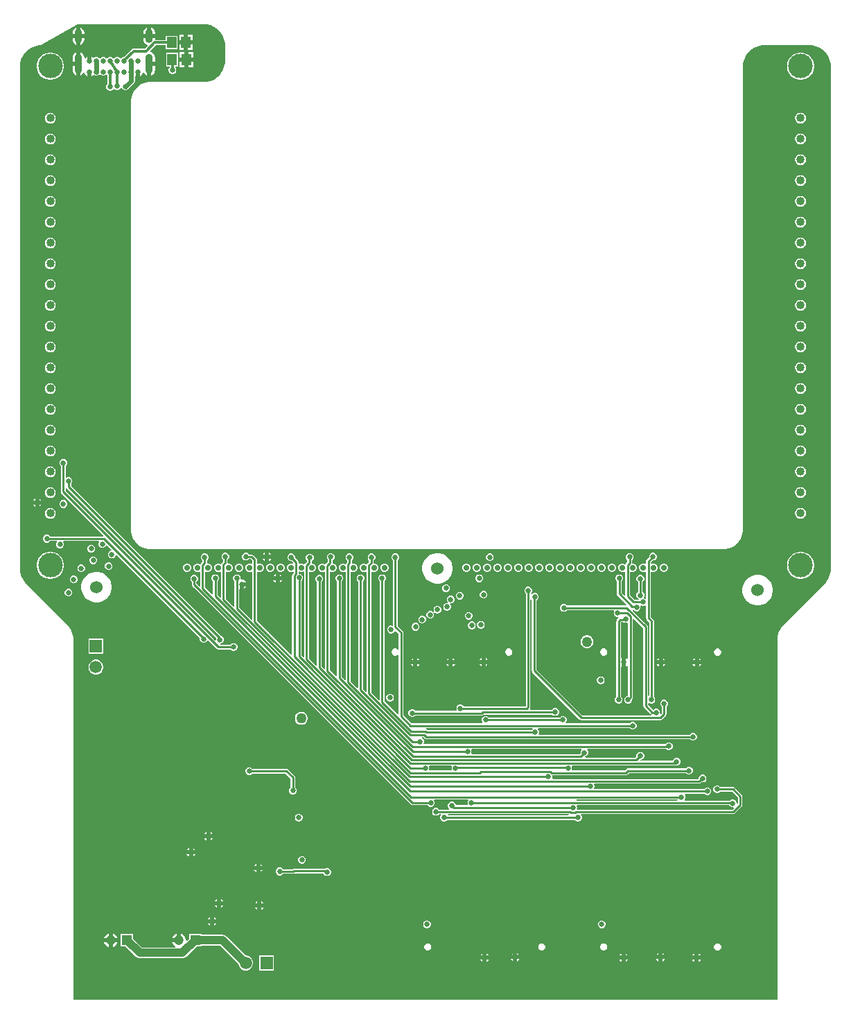
<source format=gtl>
G04*
G04 #@! TF.GenerationSoftware,Altium Limited,Altium Designer,24.1.2 (44)*
G04*
G04 Layer_Physical_Order=1*
G04 Layer_Color=255*
%FSLAX44Y44*%
%MOMM*%
G71*
G04*
G04 #@! TF.SameCoordinates,8F2A281D-5683-44EC-B143-A45D5901FF86*
G04*
G04*
G04 #@! TF.FilePolarity,Positive*
G04*
G01*
G75*
%ADD12C,0.2540*%
%ADD13R,1.1500X1.3500*%
%ADD16C,0.6500*%
G04:AMPARAMS|DCode=17|XSize=0.9mm|YSize=2.4mm|CornerRadius=0.45mm|HoleSize=0mm|Usage=FLASHONLY|Rotation=0.000|XOffset=0mm|YOffset=0mm|HoleType=Round|Shape=RoundedRectangle|*
%AMROUNDEDRECTD17*
21,1,0.9000,1.5000,0,0,0.0*
21,1,0.0000,2.4000,0,0,0.0*
1,1,0.9000,0.0000,-0.7500*
1,1,0.9000,0.0000,-0.7500*
1,1,0.9000,0.0000,0.7500*
1,1,0.9000,0.0000,0.7500*
%
%ADD17ROUNDEDRECTD17*%
G04:AMPARAMS|DCode=18|XSize=0.9mm|YSize=1.7mm|CornerRadius=0.45mm|HoleSize=0mm|Usage=FLASHONLY|Rotation=0.000|XOffset=0mm|YOffset=0mm|HoleType=Round|Shape=RoundedRectangle|*
%AMROUNDEDRECTD18*
21,1,0.9000,0.8000,0,0,0.0*
21,1,0.0000,1.7000,0,0,0.0*
1,1,0.9000,0.0000,-0.4000*
1,1,0.9000,0.0000,-0.4000*
1,1,0.9000,0.0000,0.4000*
1,1,0.9000,0.0000,0.4000*
%
%ADD18ROUNDEDRECTD18*%
%ADD27C,0.3048*%
%ADD28C,0.5842*%
%ADD29C,1.0160*%
%ADD30C,1.5240*%
%ADD31C,1.0200*%
%ADD32C,0.7000*%
%ADD33R,1.5000X1.5000*%
%ADD34C,1.5000*%
%ADD35C,3.0000*%
%ADD36C,1.2000*%
%ADD37R,1.2000X1.2000*%
%ADD38R,1.5000X1.5000*%
%ADD39C,0.6350*%
%ADD40C,1.2700*%
G36*
X496450Y1555063D02*
X498912D01*
X503742Y1554103D01*
X508292Y1552218D01*
X512387Y1549482D01*
X515869Y1546000D01*
X518605Y1541905D01*
X520489Y1537356D01*
X521450Y1532526D01*
Y1530063D01*
Y1510063D01*
Y1507601D01*
X520489Y1502771D01*
X518605Y1498221D01*
X515869Y1494127D01*
X512387Y1490645D01*
X508292Y1487909D01*
X503742Y1486024D01*
X498912Y1485063D01*
X431450D01*
X429000Y1484943D01*
X424193Y1483987D01*
X419665Y1482111D01*
X415590Y1479389D01*
X412125Y1475923D01*
X409402Y1471848D01*
X407527Y1467320D01*
X406571Y1462514D01*
X406450Y1460063D01*
Y939192D01*
X406571Y936741D01*
X407527Y931935D01*
X409402Y927407D01*
X412125Y923332D01*
X415590Y919866D01*
X419665Y917144D01*
X424193Y915268D01*
X429000Y914312D01*
X431450Y914192D01*
X1129658D01*
X1132109Y914312D01*
X1136916Y915268D01*
X1141443Y917144D01*
X1145518Y919866D01*
X1148984Y923332D01*
X1151706Y927407D01*
X1153582Y931935D01*
X1154538Y936741D01*
X1154658Y939192D01*
Y1504592D01*
Y1507054D01*
X1155619Y1511884D01*
X1157504Y1516434D01*
X1160240Y1520528D01*
X1163722Y1524010D01*
X1167816Y1526746D01*
X1172366Y1528631D01*
X1177196Y1529592D01*
X1238912D01*
X1243742Y1528631D01*
X1248292Y1526746D01*
X1252387Y1524010D01*
X1255869Y1520528D01*
X1258605Y1516434D01*
X1260489Y1511884D01*
X1261450Y1507054D01*
Y1504592D01*
X1261450Y889763D01*
Y887301D01*
X1260489Y882471D01*
X1258605Y877921D01*
X1255869Y873827D01*
X1254128Y872086D01*
X1254128Y872086D01*
Y872086D01*
X1203997Y821955D01*
X1202349Y820137D01*
X1199626Y816062D01*
X1197751Y811534D01*
X1196795Y806727D01*
X1196674Y804277D01*
Y364192D01*
X336226D01*
X336226Y804277D01*
X336105Y806727D01*
X335149Y811534D01*
X333274Y816062D01*
X330551Y820137D01*
X328903Y821955D01*
X328903Y821955D01*
X278772Y872086D01*
X277031Y873827D01*
X274295Y877921D01*
X272411Y882471D01*
X271450Y887301D01*
Y889763D01*
Y1504592D01*
Y1507054D01*
X272411Y1511884D01*
X274295Y1516434D01*
X277031Y1520528D01*
X280513Y1524010D01*
X284608Y1526746D01*
X289158Y1528631D01*
X293988Y1529592D01*
X296450D01*
X341450Y1555063D01*
X496450Y1555063D01*
D02*
G37*
%LPC*%
G36*
X431596Y1551334D02*
Y1543306D01*
X436156D01*
Y1544766D01*
X435914Y1546604D01*
X435205Y1548317D01*
X434077Y1549787D01*
X432606Y1550916D01*
X431596Y1551334D01*
D02*
G37*
G36*
X426516D02*
X425505Y1550916D01*
X424035Y1549787D01*
X422906Y1548317D01*
X422197Y1546604D01*
X421955Y1544766D01*
Y1543306D01*
X426516D01*
Y1551334D01*
D02*
G37*
G36*
X345096D02*
Y1543306D01*
X349656D01*
Y1544766D01*
X349414Y1546604D01*
X348705Y1548317D01*
X347577Y1549787D01*
X346106Y1550916D01*
X345096Y1551334D01*
D02*
G37*
G36*
X340016D02*
X339005Y1550916D01*
X337535Y1549787D01*
X336406Y1548317D01*
X335697Y1546604D01*
X335455Y1544766D01*
Y1543306D01*
X340016D01*
Y1551334D01*
D02*
G37*
G36*
X463684Y1541174D02*
X449136D01*
Y1536008D01*
X436822D01*
X436156Y1536766D01*
Y1538226D01*
X421955D01*
Y1536766D01*
X422197Y1534928D01*
X422906Y1533216D01*
X424035Y1531745D01*
X425505Y1530617D01*
X426838Y1530065D01*
X427303Y1528734D01*
X424125Y1525556D01*
X409931D01*
X408742Y1525320D01*
X407734Y1524646D01*
X398528Y1515440D01*
X397606D01*
X395851Y1514713D01*
X395135Y1513997D01*
X394306Y1513494D01*
X393476Y1513997D01*
X392760Y1514713D01*
X391005Y1515440D01*
X389106D01*
X387351Y1514713D01*
X386635Y1513997D01*
X385806Y1513494D01*
X384976Y1513997D01*
X384260Y1514713D01*
X382505Y1515440D01*
X380606D01*
X378851Y1514713D01*
X378135Y1513997D01*
X377306Y1513494D01*
X376476Y1513997D01*
X375760Y1514713D01*
X374005Y1515440D01*
X372106D01*
X370351Y1514713D01*
X369635Y1513997D01*
X368806Y1513494D01*
X367976Y1513997D01*
X367260Y1514713D01*
X365505Y1515440D01*
X363606D01*
X361851Y1514713D01*
X360126Y1514784D01*
X359336Y1515575D01*
X358596Y1515881D01*
Y1510666D01*
X353516D01*
Y1515881D01*
X352776Y1515575D01*
X351147Y1513946D01*
X350926Y1513413D01*
X349656Y1513666D01*
Y1514466D01*
X349414Y1516304D01*
X348705Y1518017D01*
X347577Y1519487D01*
X346106Y1520616D01*
X345096Y1521034D01*
Y1506966D01*
Y1492898D01*
X346106Y1493317D01*
X347577Y1494445D01*
X348705Y1495916D01*
X348996Y1496617D01*
X350266Y1496365D01*
Y1496015D01*
X351147Y1493887D01*
X352776Y1492258D01*
X353516Y1491951D01*
Y1497166D01*
X358596D01*
Y1491951D01*
X359336Y1492258D01*
X360126Y1493048D01*
X361851Y1493119D01*
X363606Y1492392D01*
X365505D01*
X367260Y1493119D01*
X367976Y1493835D01*
X368806Y1494339D01*
X369635Y1493835D01*
X370351Y1493119D01*
X372106Y1492392D01*
X374005D01*
X375760Y1493119D01*
X376476Y1493835D01*
X377084Y1494204D01*
X378182Y1493549D01*
Y1482244D01*
X377306Y1481369D01*
X376591Y1479641D01*
Y1477772D01*
X377306Y1476045D01*
X378628Y1474723D01*
X380355Y1474008D01*
X382224D01*
X383951Y1474723D01*
X385273Y1476045D01*
X385281Y1476064D01*
X386779Y1476362D01*
X387394Y1475747D01*
X389121Y1475032D01*
X390990D01*
X392718Y1475747D01*
X394039Y1477069D01*
X394262Y1477606D01*
X395636D01*
X396016Y1476690D01*
X397337Y1475368D01*
X399064Y1474653D01*
X400934D01*
X402661Y1475368D01*
X403983Y1476690D01*
X404150Y1477093D01*
X410134Y1483078D01*
X410135Y1483078D01*
X411117Y1484548D01*
X411462Y1486283D01*
Y1491412D01*
X412732Y1492069D01*
X413016Y1491951D01*
Y1497166D01*
X418096D01*
Y1491951D01*
X418835Y1492258D01*
X420464Y1493887D01*
X421346Y1496015D01*
Y1496365D01*
X422616Y1496617D01*
X422906Y1495916D01*
X424035Y1494445D01*
X425505Y1493317D01*
X426516Y1492898D01*
Y1506966D01*
X429056D01*
Y1509506D01*
X436156D01*
Y1514466D01*
X435914Y1516304D01*
X435205Y1518017D01*
X434077Y1519487D01*
X432606Y1520616D01*
X430894Y1521325D01*
X430528Y1521373D01*
X430073Y1522714D01*
X437151Y1529792D01*
X449136D01*
Y1524626D01*
X463684D01*
Y1541174D01*
D02*
G37*
G36*
X482200Y1542190D02*
X476450D01*
Y1535440D01*
X482200D01*
Y1542190D01*
D02*
G37*
G36*
X471370D02*
X465620D01*
Y1535440D01*
X471370D01*
Y1542190D01*
D02*
G37*
G36*
X349656Y1538226D02*
X345096D01*
Y1530198D01*
X346106Y1530617D01*
X347577Y1531745D01*
X348705Y1533216D01*
X349414Y1534928D01*
X349656Y1536766D01*
Y1538226D01*
D02*
G37*
G36*
X340016D02*
X335455D01*
Y1536766D01*
X335697Y1534928D01*
X336406Y1533216D01*
X337535Y1531745D01*
X339005Y1530617D01*
X340016Y1530198D01*
Y1538226D01*
D02*
G37*
G36*
X482200Y1530360D02*
X476450D01*
Y1523610D01*
X482200D01*
Y1530360D01*
D02*
G37*
G36*
X471370D02*
X465620D01*
Y1523610D01*
X471370D01*
Y1530360D01*
D02*
G37*
G36*
X482845Y1521545D02*
X477095D01*
Y1514795D01*
X482845D01*
Y1521545D01*
D02*
G37*
G36*
X472015D02*
X466265D01*
Y1514795D01*
X472015D01*
Y1521545D01*
D02*
G37*
G36*
X340016Y1521034D02*
X339005Y1520616D01*
X337535Y1519487D01*
X336406Y1518017D01*
X335697Y1516304D01*
X335455Y1514466D01*
Y1509506D01*
X340016D01*
Y1521034D01*
D02*
G37*
G36*
X482845Y1509715D02*
X477095D01*
Y1502965D01*
X482845D01*
Y1509715D01*
D02*
G37*
G36*
X472015D02*
X466265D01*
Y1502965D01*
X472015D01*
Y1509715D01*
D02*
G37*
G36*
X464329Y1520529D02*
X449781D01*
Y1503981D01*
X453880D01*
X454132Y1502711D01*
X453435Y1502014D01*
X452719Y1500287D01*
Y1498417D01*
X453435Y1496690D01*
X454757Y1495368D01*
X456484Y1494653D01*
X458353D01*
X460080Y1495368D01*
X461402Y1496690D01*
X462117Y1498417D01*
Y1500287D01*
X461402Y1502014D01*
X460705Y1502711D01*
X460957Y1503981D01*
X464329D01*
Y1520529D01*
D02*
G37*
G36*
X436156Y1504426D02*
X431596D01*
Y1492898D01*
X432606Y1493317D01*
X434077Y1494445D01*
X435205Y1495916D01*
X435914Y1497628D01*
X436156Y1499466D01*
Y1504426D01*
D02*
G37*
G36*
X340016D02*
X335455D01*
Y1499466D01*
X335697Y1497628D01*
X336406Y1495916D01*
X337535Y1494445D01*
X339005Y1493317D01*
X340016Y1492898D01*
Y1504426D01*
D02*
G37*
G36*
X1226421Y1520716D02*
X1223166D01*
X1219973Y1520081D01*
X1216966Y1518835D01*
X1214260Y1517027D01*
X1211958Y1514725D01*
X1210150Y1512019D01*
X1208904Y1509012D01*
X1208269Y1505819D01*
Y1502564D01*
X1208904Y1499372D01*
X1210150Y1496365D01*
X1211958Y1493658D01*
X1214260Y1491357D01*
X1216966Y1489548D01*
X1219973Y1488303D01*
X1223166Y1487668D01*
X1226421D01*
X1229613Y1488303D01*
X1232620Y1489548D01*
X1235327Y1491357D01*
X1237628Y1493658D01*
X1239436Y1496365D01*
X1240682Y1499372D01*
X1241317Y1502564D01*
Y1505819D01*
X1240682Y1509012D01*
X1239436Y1512019D01*
X1237628Y1514725D01*
X1235327Y1517027D01*
X1232620Y1518835D01*
X1229613Y1520081D01*
X1226421Y1520716D01*
D02*
G37*
G36*
X309735D02*
X306480D01*
X303287Y1520081D01*
X300280Y1518835D01*
X297574Y1517027D01*
X295272Y1514725D01*
X293464Y1512019D01*
X292218Y1509012D01*
X291583Y1505819D01*
Y1502564D01*
X292218Y1499372D01*
X293464Y1496365D01*
X295272Y1493658D01*
X297574Y1491357D01*
X300280Y1489548D01*
X303287Y1488303D01*
X306480Y1487668D01*
X309735D01*
X312927Y1488303D01*
X315934Y1489548D01*
X318640Y1491357D01*
X320942Y1493658D01*
X322751Y1496365D01*
X323996Y1499372D01*
X324631Y1502564D01*
Y1505819D01*
X323996Y1509012D01*
X322751Y1512019D01*
X320942Y1514725D01*
X318640Y1517027D01*
X315934Y1518835D01*
X312927Y1520081D01*
X309735Y1520716D01*
D02*
G37*
G36*
X1225665Y1447316D02*
X1223921D01*
X1222236Y1446864D01*
X1220726Y1445992D01*
X1219493Y1444759D01*
X1218621Y1443248D01*
X1218169Y1441564D01*
Y1439820D01*
X1218621Y1438135D01*
X1219493Y1436624D01*
X1220726Y1435391D01*
X1222236Y1434519D01*
X1223921Y1434068D01*
X1225665D01*
X1227350Y1434519D01*
X1228860Y1435391D01*
X1230094Y1436624D01*
X1230966Y1438135D01*
X1231417Y1439820D01*
Y1441564D01*
X1230966Y1443248D01*
X1230094Y1444759D01*
X1228860Y1445992D01*
X1227350Y1446864D01*
X1225665Y1447316D01*
D02*
G37*
G36*
X308979D02*
X307235D01*
X305550Y1446864D01*
X304040Y1445992D01*
X302807Y1444759D01*
X301935Y1443248D01*
X301483Y1441564D01*
Y1439820D01*
X301935Y1438135D01*
X302807Y1436624D01*
X304040Y1435391D01*
X305550Y1434519D01*
X307235Y1434068D01*
X308979D01*
X310664Y1434519D01*
X312174Y1435391D01*
X313408Y1436624D01*
X314280Y1438135D01*
X314731Y1439820D01*
Y1441564D01*
X314280Y1443248D01*
X313408Y1444759D01*
X312174Y1445992D01*
X310664Y1446864D01*
X308979Y1447316D01*
D02*
G37*
G36*
X1225665Y1421916D02*
X1223921D01*
X1222236Y1421464D01*
X1220726Y1420592D01*
X1219493Y1419359D01*
X1218621Y1417849D01*
X1218169Y1416164D01*
Y1414420D01*
X1218621Y1412735D01*
X1219493Y1411225D01*
X1220726Y1409991D01*
X1222236Y1409119D01*
X1223921Y1408668D01*
X1225665D01*
X1227350Y1409119D01*
X1228860Y1409991D01*
X1230094Y1411225D01*
X1230966Y1412735D01*
X1231417Y1414420D01*
Y1416164D01*
X1230966Y1417849D01*
X1230094Y1419359D01*
X1228860Y1420592D01*
X1227350Y1421464D01*
X1225665Y1421916D01*
D02*
G37*
G36*
X308979D02*
X307235D01*
X305550Y1421464D01*
X304040Y1420592D01*
X302807Y1419359D01*
X301935Y1417849D01*
X301483Y1416164D01*
Y1414420D01*
X301935Y1412735D01*
X302807Y1411225D01*
X304040Y1409991D01*
X305550Y1409119D01*
X307235Y1408668D01*
X308979D01*
X310664Y1409119D01*
X312174Y1409991D01*
X313408Y1411225D01*
X314280Y1412735D01*
X314731Y1414420D01*
Y1416164D01*
X314280Y1417849D01*
X313408Y1419359D01*
X312174Y1420592D01*
X310664Y1421464D01*
X308979Y1421916D01*
D02*
G37*
G36*
X1225665Y1396516D02*
X1223921D01*
X1222236Y1396064D01*
X1220726Y1395192D01*
X1219493Y1393959D01*
X1218621Y1392448D01*
X1218169Y1390764D01*
Y1389020D01*
X1218621Y1387335D01*
X1219493Y1385824D01*
X1220726Y1384591D01*
X1222236Y1383719D01*
X1223921Y1383268D01*
X1225665D01*
X1227350Y1383719D01*
X1228860Y1384591D01*
X1230094Y1385824D01*
X1230966Y1387335D01*
X1231417Y1389020D01*
Y1390764D01*
X1230966Y1392448D01*
X1230094Y1393959D01*
X1228860Y1395192D01*
X1227350Y1396064D01*
X1225665Y1396516D01*
D02*
G37*
G36*
X308979D02*
X307235D01*
X305550Y1396064D01*
X304040Y1395192D01*
X302807Y1393959D01*
X301935Y1392448D01*
X301483Y1390764D01*
Y1389020D01*
X301935Y1387335D01*
X302807Y1385824D01*
X304040Y1384591D01*
X305550Y1383719D01*
X307235Y1383268D01*
X308979D01*
X310664Y1383719D01*
X312174Y1384591D01*
X313408Y1385824D01*
X314280Y1387335D01*
X314731Y1389020D01*
Y1390764D01*
X314280Y1392448D01*
X313408Y1393959D01*
X312174Y1395192D01*
X310664Y1396064D01*
X308979Y1396516D01*
D02*
G37*
G36*
X1225665Y1371116D02*
X1223921D01*
X1222236Y1370664D01*
X1220726Y1369792D01*
X1219493Y1368559D01*
X1218621Y1367048D01*
X1218169Y1365364D01*
Y1363620D01*
X1218621Y1361935D01*
X1219493Y1360424D01*
X1220726Y1359191D01*
X1222236Y1358319D01*
X1223921Y1357868D01*
X1225665D01*
X1227350Y1358319D01*
X1228860Y1359191D01*
X1230094Y1360424D01*
X1230966Y1361935D01*
X1231417Y1363620D01*
Y1365364D01*
X1230966Y1367048D01*
X1230094Y1368559D01*
X1228860Y1369792D01*
X1227350Y1370664D01*
X1225665Y1371116D01*
D02*
G37*
G36*
X308979D02*
X307235D01*
X305550Y1370664D01*
X304040Y1369792D01*
X302807Y1368559D01*
X301935Y1367048D01*
X301483Y1365364D01*
Y1363620D01*
X301935Y1361935D01*
X302807Y1360424D01*
X304040Y1359191D01*
X305550Y1358319D01*
X307235Y1357868D01*
X308979D01*
X310664Y1358319D01*
X312174Y1359191D01*
X313408Y1360424D01*
X314280Y1361935D01*
X314731Y1363620D01*
Y1365364D01*
X314280Y1367048D01*
X313408Y1368559D01*
X312174Y1369792D01*
X310664Y1370664D01*
X308979Y1371116D01*
D02*
G37*
G36*
X1225665Y1345716D02*
X1223921D01*
X1222236Y1345264D01*
X1220726Y1344392D01*
X1219493Y1343159D01*
X1218621Y1341649D01*
X1218169Y1339964D01*
Y1338220D01*
X1218621Y1336535D01*
X1219493Y1335025D01*
X1220726Y1333791D01*
X1222236Y1332919D01*
X1223921Y1332468D01*
X1225665D01*
X1227350Y1332919D01*
X1228860Y1333791D01*
X1230094Y1335025D01*
X1230966Y1336535D01*
X1231417Y1338220D01*
Y1339964D01*
X1230966Y1341649D01*
X1230094Y1343159D01*
X1228860Y1344392D01*
X1227350Y1345264D01*
X1225665Y1345716D01*
D02*
G37*
G36*
X308979D02*
X307235D01*
X305550Y1345264D01*
X304040Y1344392D01*
X302807Y1343159D01*
X301935Y1341649D01*
X301483Y1339964D01*
Y1338220D01*
X301935Y1336535D01*
X302807Y1335025D01*
X304040Y1333791D01*
X305550Y1332919D01*
X307235Y1332468D01*
X308979D01*
X310664Y1332919D01*
X312174Y1333791D01*
X313408Y1335025D01*
X314280Y1336535D01*
X314731Y1338220D01*
Y1339964D01*
X314280Y1341649D01*
X313408Y1343159D01*
X312174Y1344392D01*
X310664Y1345264D01*
X308979Y1345716D01*
D02*
G37*
G36*
X1225665Y1320316D02*
X1223921D01*
X1222236Y1319864D01*
X1220726Y1318992D01*
X1219493Y1317759D01*
X1218621Y1316248D01*
X1218169Y1314564D01*
Y1312820D01*
X1218621Y1311135D01*
X1219493Y1309624D01*
X1220726Y1308391D01*
X1222236Y1307519D01*
X1223921Y1307068D01*
X1225665D01*
X1227350Y1307519D01*
X1228860Y1308391D01*
X1230094Y1309624D01*
X1230966Y1311135D01*
X1231417Y1312820D01*
Y1314564D01*
X1230966Y1316248D01*
X1230094Y1317759D01*
X1228860Y1318992D01*
X1227350Y1319864D01*
X1225665Y1320316D01*
D02*
G37*
G36*
X308979D02*
X307235D01*
X305550Y1319864D01*
X304040Y1318992D01*
X302807Y1317759D01*
X301935Y1316248D01*
X301483Y1314564D01*
Y1312820D01*
X301935Y1311135D01*
X302807Y1309624D01*
X304040Y1308391D01*
X305550Y1307519D01*
X307235Y1307068D01*
X308979D01*
X310664Y1307519D01*
X312174Y1308391D01*
X313408Y1309624D01*
X314280Y1311135D01*
X314731Y1312820D01*
Y1314564D01*
X314280Y1316248D01*
X313408Y1317759D01*
X312174Y1318992D01*
X310664Y1319864D01*
X308979Y1320316D01*
D02*
G37*
G36*
X1225665Y1294916D02*
X1223921D01*
X1222236Y1294464D01*
X1220726Y1293592D01*
X1219493Y1292359D01*
X1218621Y1290849D01*
X1218169Y1289164D01*
Y1287420D01*
X1218621Y1285735D01*
X1219493Y1284225D01*
X1220726Y1282991D01*
X1222236Y1282119D01*
X1223921Y1281668D01*
X1225665D01*
X1227350Y1282119D01*
X1228860Y1282991D01*
X1230094Y1284225D01*
X1230966Y1285735D01*
X1231417Y1287420D01*
Y1289164D01*
X1230966Y1290849D01*
X1230094Y1292359D01*
X1228860Y1293592D01*
X1227350Y1294464D01*
X1225665Y1294916D01*
D02*
G37*
G36*
X308979D02*
X307235D01*
X305550Y1294464D01*
X304040Y1293592D01*
X302807Y1292359D01*
X301935Y1290849D01*
X301483Y1289164D01*
Y1287420D01*
X301935Y1285735D01*
X302807Y1284225D01*
X304040Y1282991D01*
X305550Y1282119D01*
X307235Y1281668D01*
X308979D01*
X310664Y1282119D01*
X312174Y1282991D01*
X313408Y1284225D01*
X314280Y1285735D01*
X314731Y1287420D01*
Y1289164D01*
X314280Y1290849D01*
X313408Y1292359D01*
X312174Y1293592D01*
X310664Y1294464D01*
X308979Y1294916D01*
D02*
G37*
G36*
X1225665Y1269516D02*
X1223921D01*
X1222236Y1269064D01*
X1220726Y1268192D01*
X1219493Y1266959D01*
X1218621Y1265449D01*
X1218169Y1263764D01*
Y1262020D01*
X1218621Y1260335D01*
X1219493Y1258824D01*
X1220726Y1257591D01*
X1222236Y1256719D01*
X1223921Y1256268D01*
X1225665D01*
X1227350Y1256719D01*
X1228860Y1257591D01*
X1230094Y1258824D01*
X1230966Y1260335D01*
X1231417Y1262020D01*
Y1263764D01*
X1230966Y1265449D01*
X1230094Y1266959D01*
X1228860Y1268192D01*
X1227350Y1269064D01*
X1225665Y1269516D01*
D02*
G37*
G36*
X308979D02*
X307235D01*
X305550Y1269064D01*
X304040Y1268192D01*
X302807Y1266959D01*
X301935Y1265449D01*
X301483Y1263764D01*
Y1262020D01*
X301935Y1260335D01*
X302807Y1258824D01*
X304040Y1257591D01*
X305550Y1256719D01*
X307235Y1256268D01*
X308979D01*
X310664Y1256719D01*
X312174Y1257591D01*
X313408Y1258824D01*
X314280Y1260335D01*
X314731Y1262020D01*
Y1263764D01*
X314280Y1265449D01*
X313408Y1266959D01*
X312174Y1268192D01*
X310664Y1269064D01*
X308979Y1269516D01*
D02*
G37*
G36*
X1225665Y1244116D02*
X1223921D01*
X1222236Y1243664D01*
X1220726Y1242792D01*
X1219493Y1241559D01*
X1218621Y1240049D01*
X1218169Y1238364D01*
Y1236620D01*
X1218621Y1234935D01*
X1219493Y1233425D01*
X1220726Y1232191D01*
X1222236Y1231319D01*
X1223921Y1230868D01*
X1225665D01*
X1227350Y1231319D01*
X1228860Y1232191D01*
X1230094Y1233425D01*
X1230966Y1234935D01*
X1231417Y1236620D01*
Y1238364D01*
X1230966Y1240049D01*
X1230094Y1241559D01*
X1228860Y1242792D01*
X1227350Y1243664D01*
X1225665Y1244116D01*
D02*
G37*
G36*
X308979D02*
X307235D01*
X305550Y1243664D01*
X304040Y1242792D01*
X302807Y1241559D01*
X301935Y1240049D01*
X301483Y1238364D01*
Y1236620D01*
X301935Y1234935D01*
X302807Y1233425D01*
X304040Y1232191D01*
X305550Y1231319D01*
X307235Y1230868D01*
X308979D01*
X310664Y1231319D01*
X312174Y1232191D01*
X313408Y1233425D01*
X314280Y1234935D01*
X314731Y1236620D01*
Y1238364D01*
X314280Y1240049D01*
X313408Y1241559D01*
X312174Y1242792D01*
X310664Y1243664D01*
X308979Y1244116D01*
D02*
G37*
G36*
X1225665Y1218716D02*
X1223921D01*
X1222236Y1218264D01*
X1220726Y1217392D01*
X1219493Y1216159D01*
X1218621Y1214649D01*
X1218169Y1212964D01*
Y1211220D01*
X1218621Y1209535D01*
X1219493Y1208025D01*
X1220726Y1206791D01*
X1222236Y1205919D01*
X1223921Y1205468D01*
X1225665D01*
X1227350Y1205919D01*
X1228860Y1206791D01*
X1230094Y1208025D01*
X1230966Y1209535D01*
X1231417Y1211220D01*
Y1212964D01*
X1230966Y1214649D01*
X1230094Y1216159D01*
X1228860Y1217392D01*
X1227350Y1218264D01*
X1225665Y1218716D01*
D02*
G37*
G36*
X308979D02*
X307235D01*
X305550Y1218264D01*
X304040Y1217392D01*
X302807Y1216159D01*
X301935Y1214649D01*
X301483Y1212964D01*
Y1211220D01*
X301935Y1209535D01*
X302807Y1208025D01*
X304040Y1206791D01*
X305550Y1205919D01*
X307235Y1205468D01*
X308979D01*
X310664Y1205919D01*
X312174Y1206791D01*
X313408Y1208025D01*
X314280Y1209535D01*
X314731Y1211220D01*
Y1212964D01*
X314280Y1214649D01*
X313408Y1216159D01*
X312174Y1217392D01*
X310664Y1218264D01*
X308979Y1218716D01*
D02*
G37*
G36*
X1225665Y1193316D02*
X1223921D01*
X1222236Y1192864D01*
X1220726Y1191992D01*
X1219493Y1190759D01*
X1218621Y1189249D01*
X1218169Y1187564D01*
Y1185820D01*
X1218621Y1184135D01*
X1219493Y1182625D01*
X1220726Y1181391D01*
X1222236Y1180519D01*
X1223921Y1180068D01*
X1225665D01*
X1227350Y1180519D01*
X1228860Y1181391D01*
X1230094Y1182625D01*
X1230966Y1184135D01*
X1231417Y1185820D01*
Y1187564D01*
X1230966Y1189249D01*
X1230094Y1190759D01*
X1228860Y1191992D01*
X1227350Y1192864D01*
X1225665Y1193316D01*
D02*
G37*
G36*
X308979D02*
X307235D01*
X305550Y1192864D01*
X304040Y1191992D01*
X302807Y1190759D01*
X301935Y1189249D01*
X301483Y1187564D01*
Y1185820D01*
X301935Y1184135D01*
X302807Y1182625D01*
X304040Y1181391D01*
X305550Y1180519D01*
X307235Y1180068D01*
X308979D01*
X310664Y1180519D01*
X312174Y1181391D01*
X313408Y1182625D01*
X314280Y1184135D01*
X314731Y1185820D01*
Y1187564D01*
X314280Y1189249D01*
X313408Y1190759D01*
X312174Y1191992D01*
X310664Y1192864D01*
X308979Y1193316D01*
D02*
G37*
G36*
X1225665Y1167916D02*
X1223921D01*
X1222236Y1167464D01*
X1220726Y1166592D01*
X1219493Y1165359D01*
X1218621Y1163848D01*
X1218169Y1162164D01*
Y1160420D01*
X1218621Y1158735D01*
X1219493Y1157225D01*
X1220726Y1155991D01*
X1222236Y1155119D01*
X1223921Y1154668D01*
X1225665D01*
X1227350Y1155119D01*
X1228860Y1155991D01*
X1230094Y1157225D01*
X1230966Y1158735D01*
X1231417Y1160420D01*
Y1162164D01*
X1230966Y1163848D01*
X1230094Y1165359D01*
X1228860Y1166592D01*
X1227350Y1167464D01*
X1225665Y1167916D01*
D02*
G37*
G36*
X308979D02*
X307235D01*
X305550Y1167464D01*
X304040Y1166592D01*
X302807Y1165359D01*
X301935Y1163848D01*
X301483Y1162164D01*
Y1160420D01*
X301935Y1158735D01*
X302807Y1157225D01*
X304040Y1155991D01*
X305550Y1155119D01*
X307235Y1154668D01*
X308979D01*
X310664Y1155119D01*
X312174Y1155991D01*
X313408Y1157225D01*
X314280Y1158735D01*
X314731Y1160420D01*
Y1162164D01*
X314280Y1163848D01*
X313408Y1165359D01*
X312174Y1166592D01*
X310664Y1167464D01*
X308979Y1167916D01*
D02*
G37*
G36*
X1225665Y1142516D02*
X1223921D01*
X1222236Y1142064D01*
X1220726Y1141192D01*
X1219493Y1139959D01*
X1218621Y1138448D01*
X1218169Y1136764D01*
Y1135020D01*
X1218621Y1133335D01*
X1219493Y1131824D01*
X1220726Y1130591D01*
X1222236Y1129719D01*
X1223921Y1129268D01*
X1225665D01*
X1227350Y1129719D01*
X1228860Y1130591D01*
X1230094Y1131824D01*
X1230966Y1133335D01*
X1231417Y1135020D01*
Y1136764D01*
X1230966Y1138448D01*
X1230094Y1139959D01*
X1228860Y1141192D01*
X1227350Y1142064D01*
X1225665Y1142516D01*
D02*
G37*
G36*
X308979D02*
X307235D01*
X305550Y1142064D01*
X304040Y1141192D01*
X302807Y1139959D01*
X301935Y1138448D01*
X301483Y1136764D01*
Y1135020D01*
X301935Y1133335D01*
X302807Y1131824D01*
X304040Y1130591D01*
X305550Y1129719D01*
X307235Y1129268D01*
X308979D01*
X310664Y1129719D01*
X312174Y1130591D01*
X313408Y1131824D01*
X314280Y1133335D01*
X314731Y1135020D01*
Y1136764D01*
X314280Y1138448D01*
X313408Y1139959D01*
X312174Y1141192D01*
X310664Y1142064D01*
X308979Y1142516D01*
D02*
G37*
G36*
X1225665Y1117116D02*
X1223921D01*
X1222236Y1116664D01*
X1220726Y1115792D01*
X1219493Y1114559D01*
X1218621Y1113048D01*
X1218169Y1111364D01*
Y1109620D01*
X1218621Y1107935D01*
X1219493Y1106424D01*
X1220726Y1105191D01*
X1222236Y1104319D01*
X1223921Y1103868D01*
X1225665D01*
X1227350Y1104319D01*
X1228860Y1105191D01*
X1230094Y1106424D01*
X1230966Y1107935D01*
X1231417Y1109620D01*
Y1111364D01*
X1230966Y1113048D01*
X1230094Y1114559D01*
X1228860Y1115792D01*
X1227350Y1116664D01*
X1225665Y1117116D01*
D02*
G37*
G36*
X308979D02*
X307235D01*
X305550Y1116664D01*
X304040Y1115792D01*
X302807Y1114559D01*
X301935Y1113048D01*
X301483Y1111364D01*
Y1109620D01*
X301935Y1107935D01*
X302807Y1106424D01*
X304040Y1105191D01*
X305550Y1104319D01*
X307235Y1103868D01*
X308979D01*
X310664Y1104319D01*
X312174Y1105191D01*
X313408Y1106424D01*
X314280Y1107935D01*
X314731Y1109620D01*
Y1111364D01*
X314280Y1113048D01*
X313408Y1114559D01*
X312174Y1115792D01*
X310664Y1116664D01*
X308979Y1117116D01*
D02*
G37*
G36*
X1225665Y1091716D02*
X1223921D01*
X1222236Y1091264D01*
X1220726Y1090392D01*
X1219493Y1089159D01*
X1218621Y1087648D01*
X1218169Y1085964D01*
Y1084220D01*
X1218621Y1082535D01*
X1219493Y1081024D01*
X1220726Y1079791D01*
X1222236Y1078919D01*
X1223921Y1078468D01*
X1225665D01*
X1227350Y1078919D01*
X1228860Y1079791D01*
X1230094Y1081024D01*
X1230966Y1082535D01*
X1231417Y1084220D01*
Y1085964D01*
X1230966Y1087648D01*
X1230094Y1089159D01*
X1228860Y1090392D01*
X1227350Y1091264D01*
X1225665Y1091716D01*
D02*
G37*
G36*
X308979D02*
X307235D01*
X305550Y1091264D01*
X304040Y1090392D01*
X302807Y1089159D01*
X301935Y1087648D01*
X301483Y1085964D01*
Y1084220D01*
X301935Y1082535D01*
X302807Y1081024D01*
X304040Y1079791D01*
X305550Y1078919D01*
X307235Y1078468D01*
X308979D01*
X310664Y1078919D01*
X312174Y1079791D01*
X313408Y1081024D01*
X314280Y1082535D01*
X314731Y1084220D01*
Y1085964D01*
X314280Y1087648D01*
X313408Y1089159D01*
X312174Y1090392D01*
X310664Y1091264D01*
X308979Y1091716D01*
D02*
G37*
G36*
X1225665Y1066316D02*
X1223921D01*
X1222236Y1065864D01*
X1220726Y1064992D01*
X1219493Y1063759D01*
X1218621Y1062249D01*
X1218169Y1060564D01*
Y1058820D01*
X1218621Y1057135D01*
X1219493Y1055624D01*
X1220726Y1054391D01*
X1222236Y1053519D01*
X1223921Y1053068D01*
X1225665D01*
X1227350Y1053519D01*
X1228860Y1054391D01*
X1230094Y1055624D01*
X1230966Y1057135D01*
X1231417Y1058820D01*
Y1060564D01*
X1230966Y1062249D01*
X1230094Y1063759D01*
X1228860Y1064992D01*
X1227350Y1065864D01*
X1225665Y1066316D01*
D02*
G37*
G36*
X308979D02*
X307235D01*
X305550Y1065864D01*
X304040Y1064992D01*
X302807Y1063759D01*
X301935Y1062249D01*
X301483Y1060564D01*
Y1058820D01*
X301935Y1057135D01*
X302807Y1055624D01*
X304040Y1054391D01*
X305550Y1053519D01*
X307235Y1053068D01*
X308979D01*
X310664Y1053519D01*
X312174Y1054391D01*
X313408Y1055624D01*
X314280Y1057135D01*
X314731Y1058820D01*
Y1060564D01*
X314280Y1062249D01*
X313408Y1063759D01*
X312174Y1064992D01*
X310664Y1065864D01*
X308979Y1066316D01*
D02*
G37*
G36*
X1225665Y1040916D02*
X1223921D01*
X1222236Y1040464D01*
X1220726Y1039592D01*
X1219493Y1038359D01*
X1218621Y1036849D01*
X1218169Y1035164D01*
Y1033420D01*
X1218621Y1031735D01*
X1219493Y1030225D01*
X1220726Y1028991D01*
X1222236Y1028119D01*
X1223921Y1027668D01*
X1225665D01*
X1227350Y1028119D01*
X1228860Y1028991D01*
X1230094Y1030225D01*
X1230966Y1031735D01*
X1231417Y1033420D01*
Y1035164D01*
X1230966Y1036849D01*
X1230094Y1038359D01*
X1228860Y1039592D01*
X1227350Y1040464D01*
X1225665Y1040916D01*
D02*
G37*
G36*
X308979D02*
X307235D01*
X305550Y1040464D01*
X304040Y1039592D01*
X302807Y1038359D01*
X301935Y1036849D01*
X301483Y1035164D01*
Y1033420D01*
X301935Y1031735D01*
X302807Y1030225D01*
X304040Y1028991D01*
X305550Y1028119D01*
X307235Y1027668D01*
X308979D01*
X310664Y1028119D01*
X312174Y1028991D01*
X313408Y1030225D01*
X314280Y1031735D01*
X314731Y1033420D01*
Y1035164D01*
X314280Y1036849D01*
X313408Y1038359D01*
X312174Y1039592D01*
X310664Y1040464D01*
X308979Y1040916D01*
D02*
G37*
G36*
X1225665Y1015516D02*
X1223921D01*
X1222236Y1015064D01*
X1220726Y1014192D01*
X1219493Y1012959D01*
X1218621Y1011449D01*
X1218169Y1009764D01*
Y1008020D01*
X1218621Y1006335D01*
X1219493Y1004825D01*
X1220726Y1003591D01*
X1222236Y1002719D01*
X1223921Y1002268D01*
X1225665D01*
X1227350Y1002719D01*
X1228860Y1003591D01*
X1230094Y1004825D01*
X1230966Y1006335D01*
X1231417Y1008020D01*
Y1009764D01*
X1230966Y1011449D01*
X1230094Y1012959D01*
X1228860Y1014192D01*
X1227350Y1015064D01*
X1225665Y1015516D01*
D02*
G37*
G36*
X308979D02*
X307235D01*
X305550Y1015064D01*
X304040Y1014192D01*
X302807Y1012959D01*
X301935Y1011449D01*
X301483Y1009764D01*
Y1008020D01*
X301935Y1006335D01*
X302807Y1004825D01*
X304040Y1003591D01*
X305550Y1002719D01*
X307235Y1002268D01*
X308979D01*
X310664Y1002719D01*
X312174Y1003591D01*
X313408Y1004825D01*
X314280Y1006335D01*
X314731Y1008020D01*
Y1009764D01*
X314280Y1011449D01*
X313408Y1012959D01*
X312174Y1014192D01*
X310664Y1015064D01*
X308979Y1015516D01*
D02*
G37*
G36*
X1225665Y990116D02*
X1223921D01*
X1222236Y989664D01*
X1220726Y988792D01*
X1219493Y987559D01*
X1218621Y986049D01*
X1218169Y984364D01*
Y982620D01*
X1218621Y980935D01*
X1219493Y979425D01*
X1220726Y978191D01*
X1222236Y977319D01*
X1223921Y976868D01*
X1225665D01*
X1227350Y977319D01*
X1228860Y978191D01*
X1230094Y979425D01*
X1230966Y980935D01*
X1231417Y982620D01*
Y984364D01*
X1230966Y986049D01*
X1230094Y987559D01*
X1228860Y988792D01*
X1227350Y989664D01*
X1225665Y990116D01*
D02*
G37*
G36*
X308979D02*
X307235D01*
X305550Y989664D01*
X304040Y988792D01*
X302807Y987559D01*
X301935Y986049D01*
X301483Y984364D01*
Y982620D01*
X301935Y980935D01*
X302807Y979425D01*
X304040Y978191D01*
X305550Y977319D01*
X307235Y976868D01*
X308979D01*
X310664Y977319D01*
X312174Y978191D01*
X313408Y979425D01*
X314280Y980935D01*
X314731Y982620D01*
Y984364D01*
X314280Y986049D01*
X313408Y987559D01*
X312174Y988792D01*
X310664Y989664D01*
X308979Y990116D01*
D02*
G37*
G36*
X294622Y976569D02*
Y973976D01*
X297216D01*
X296927Y974673D01*
X295319Y976281D01*
X294622Y976569D01*
D02*
G37*
G36*
X289542D02*
X288845Y976281D01*
X287237Y974673D01*
X286948Y973976D01*
X289542D01*
Y976569D01*
D02*
G37*
G36*
X297216Y968895D02*
X294622D01*
Y966302D01*
X295319Y966591D01*
X296927Y968198D01*
X297216Y968895D01*
D02*
G37*
G36*
X289542D02*
X286948D01*
X287237Y968198D01*
X288845Y966591D01*
X289542Y966302D01*
Y968895D01*
D02*
G37*
G36*
X325067Y974113D02*
X323197D01*
X321470Y973397D01*
X320149Y972076D01*
X319433Y970348D01*
Y968479D01*
X320149Y966752D01*
X321470Y965430D01*
X323197Y964715D01*
X325067D01*
X326794Y965430D01*
X328116Y966752D01*
X328831Y968479D01*
Y970348D01*
X328116Y972076D01*
X326794Y973397D01*
X325067Y974113D01*
D02*
G37*
G36*
X1225665Y964716D02*
X1223921D01*
X1222236Y964264D01*
X1220726Y963392D01*
X1219493Y962159D01*
X1218621Y960648D01*
X1218169Y958964D01*
Y957220D01*
X1218621Y955535D01*
X1219493Y954025D01*
X1220726Y952791D01*
X1222236Y951919D01*
X1223921Y951468D01*
X1225665D01*
X1227350Y951919D01*
X1228860Y952791D01*
X1230094Y954025D01*
X1230966Y955535D01*
X1231417Y957220D01*
Y958964D01*
X1230966Y960648D01*
X1230094Y962159D01*
X1228860Y963392D01*
X1227350Y964264D01*
X1225665Y964716D01*
D02*
G37*
G36*
X308979D02*
X307235D01*
X305550Y964264D01*
X304040Y963392D01*
X302807Y962159D01*
X301935Y960648D01*
X301483Y958964D01*
Y957220D01*
X301935Y955535D01*
X302807Y954025D01*
X304040Y952791D01*
X305550Y951919D01*
X307235Y951468D01*
X308979D01*
X310664Y951919D01*
X312174Y952791D01*
X313408Y954025D01*
X314280Y955535D01*
X314731Y957220D01*
Y958964D01*
X314280Y960648D01*
X313408Y962159D01*
X312174Y963392D01*
X310664Y964264D01*
X308979Y964716D01*
D02*
G37*
G36*
X325067Y1024435D02*
X323197D01*
X321470Y1023720D01*
X320149Y1022398D01*
X319433Y1020671D01*
Y1018801D01*
X320149Y1017074D01*
X321283Y1015939D01*
Y984252D01*
X321283Y984252D01*
X321500Y983162D01*
X322118Y982238D01*
X373142Y931214D01*
X372616Y929944D01*
X307667D01*
X306532Y931078D01*
X304805Y931794D01*
X302936D01*
X301209Y931078D01*
X299887Y929757D01*
X299171Y928030D01*
Y926160D01*
X299887Y924433D01*
X301209Y923111D01*
X302936Y922396D01*
X304805D01*
X306532Y923111D01*
X307667Y924246D01*
X315806D01*
X316332Y922976D01*
X316016Y922660D01*
X315300Y920933D01*
Y919063D01*
X316016Y917336D01*
X317338Y916015D01*
X319065Y915299D01*
X320934D01*
X322661Y916015D01*
X323983Y917336D01*
X324698Y919063D01*
Y920933D01*
X323983Y922660D01*
X323667Y922976D01*
X324193Y924246D01*
X366910D01*
X367492Y922976D01*
X366913Y921578D01*
Y919709D01*
X367629Y917982D01*
X368950Y916660D01*
X370677Y915944D01*
X372547D01*
X374274Y916660D01*
X375596Y917982D01*
X375975Y918897D01*
X377473Y919195D01*
X382937Y913731D01*
X382411Y912461D01*
X382300D01*
X380573Y911746D01*
X379252Y910424D01*
X378536Y908697D01*
Y906827D01*
X379252Y905100D01*
X380573Y903779D01*
X382300Y903063D01*
X384170D01*
X385897Y903779D01*
X387219Y905100D01*
X387934Y906827D01*
Y906938D01*
X389204Y907464D01*
X490900Y805768D01*
X490757Y805422D01*
Y803553D01*
X491472Y801826D01*
X492794Y800504D01*
X494521Y799788D01*
X496390D01*
X498117Y800504D01*
X499439Y801826D01*
X499819Y802741D01*
X501317Y803039D01*
X511533Y792823D01*
X511533Y792823D01*
X512457Y792205D01*
X513547Y791988D01*
X513548Y791988D01*
X528460D01*
X529595Y790854D01*
X531322Y790138D01*
X533192D01*
X534919Y790854D01*
X536241Y792175D01*
X536956Y793902D01*
Y795772D01*
X536241Y797499D01*
X534919Y798821D01*
X533192Y799536D01*
X531322D01*
X529595Y798821D01*
X528460Y797686D01*
X515771D01*
X515631Y797900D01*
X516320Y799170D01*
X516418D01*
X518145Y799886D01*
X519466Y801208D01*
X520182Y802935D01*
Y804804D01*
X519466Y806531D01*
X518145Y807853D01*
X516982Y808335D01*
X333679Y991638D01*
Y994350D01*
X334085Y994756D01*
X334800Y996483D01*
Y998352D01*
X334085Y1000079D01*
X332763Y1001401D01*
X331036Y1002116D01*
X329166D01*
X328251Y1001737D01*
X326981Y1002586D01*
Y1015939D01*
X328116Y1017074D01*
X328831Y1018801D01*
Y1020671D01*
X328116Y1022398D01*
X326794Y1023720D01*
X325067Y1024435D01*
D02*
G37*
G36*
X358998Y919536D02*
X357129D01*
X355402Y918820D01*
X354080Y917499D01*
X353365Y915772D01*
Y913902D01*
X354080Y912175D01*
X355402Y910853D01*
X357129Y910138D01*
X358998D01*
X360726Y910853D01*
X362047Y912175D01*
X362763Y913902D01*
Y915772D01*
X362047Y917499D01*
X360726Y918820D01*
X358998Y919536D01*
D02*
G37*
G36*
X575442Y910293D02*
Y907700D01*
X578036D01*
X577747Y908397D01*
X576139Y910004D01*
X575442Y910293D01*
D02*
G37*
G36*
X570362D02*
X569665Y910004D01*
X568057Y908397D01*
X567768Y907700D01*
X570362D01*
Y910293D01*
D02*
G37*
G36*
X578036Y902619D02*
X575442D01*
Y900026D01*
X576139Y900314D01*
X577747Y901922D01*
X578036Y902619D01*
D02*
G37*
G36*
X570362D02*
X567768D01*
X568057Y901922D01*
X569665Y900314D01*
X570362Y900026D01*
Y902619D01*
D02*
G37*
G36*
X846094Y909213D02*
X844225D01*
X842498Y908498D01*
X841176Y907176D01*
X840461Y905449D01*
Y903580D01*
X841176Y901853D01*
X842498Y900531D01*
X844225Y899815D01*
X846094D01*
X847821Y900531D01*
X849143Y901853D01*
X849859Y903580D01*
Y905449D01*
X849143Y907176D01*
X847821Y908498D01*
X846094Y909213D01*
D02*
G37*
G36*
X1045449Y909858D02*
X1043579D01*
X1041852Y909143D01*
X1040530Y907821D01*
X1039815Y906094D01*
Y904489D01*
X1036742Y901416D01*
X1036124Y900492D01*
X1035907Y899401D01*
X1035907Y899401D01*
Y896899D01*
X1034637Y896182D01*
X1033349Y896716D01*
X1031351D01*
X1029504Y895951D01*
X1028091Y894538D01*
X1027326Y892691D01*
Y890692D01*
X1028091Y888846D01*
X1029504Y887433D01*
X1031351Y886668D01*
X1033349D01*
X1034637Y887201D01*
X1035907Y886485D01*
Y854329D01*
X1034637Y853775D01*
X1033610Y854201D01*
X1033145Y855137D01*
X1033115Y855645D01*
X1033729Y857128D01*
Y858997D01*
X1033014Y860725D01*
X1031879Y861859D01*
Y874266D01*
X1033014Y875401D01*
X1033729Y877128D01*
Y878997D01*
X1033014Y880724D01*
X1031692Y882046D01*
X1029965Y882762D01*
X1028095D01*
X1026368Y882046D01*
X1025047Y880724D01*
X1024331Y878997D01*
Y877128D01*
X1025047Y875401D01*
X1026181Y874266D01*
Y861859D01*
X1025047Y860725D01*
X1024331Y858997D01*
Y857128D01*
X1025047Y855401D01*
X1026368Y854079D01*
X1027056Y853794D01*
X1026803Y852524D01*
X1021823D01*
X1016205Y858143D01*
Y886373D01*
X1017475Y887155D01*
X1018651Y886668D01*
X1020649D01*
X1022496Y887433D01*
X1023909Y888846D01*
X1024674Y890692D01*
Y892691D01*
X1023909Y894538D01*
X1022496Y895951D01*
X1020649Y896716D01*
X1019903D01*
X1018798Y897670D01*
X1018798Y897670D01*
Y900895D01*
X1019933Y902030D01*
X1020649Y903757D01*
Y905626D01*
X1019933Y907354D01*
X1018611Y908675D01*
X1016884Y909391D01*
X1015015D01*
X1013288Y908675D01*
X1011966Y907354D01*
X1011251Y905626D01*
Y903757D01*
X1011966Y902030D01*
X1013101Y900895D01*
Y898849D01*
X1011342Y897090D01*
X1010986Y896557D01*
X1010169Y896141D01*
X1009418Y896108D01*
X1007949Y896716D01*
X1005951D01*
X1004104Y895951D01*
X1002691Y894538D01*
X1001926Y892691D01*
Y890692D01*
X1002691Y888846D01*
X1004104Y887433D01*
X1005951Y886668D01*
X1007949D01*
X1009237Y887201D01*
X1010507Y886485D01*
Y858481D01*
X1009237Y857954D01*
X1006056Y861135D01*
Y874895D01*
X1007191Y876030D01*
X1007907Y877757D01*
Y879626D01*
X1007191Y881354D01*
X1005869Y882675D01*
X1004142Y883391D01*
X1002273D01*
X1000546Y882675D01*
X999224Y881354D01*
X998509Y879626D01*
Y877757D01*
X999224Y876030D01*
X1000359Y874895D01*
Y859956D01*
X1000359Y859955D01*
X1000576Y858865D01*
X1001193Y857941D01*
X1012470Y846665D01*
X1012413Y846319D01*
X1011910Y845428D01*
X939279D01*
X938144Y846563D01*
X936417Y847278D01*
X934547D01*
X932820Y846563D01*
X931498Y845241D01*
X930783Y843514D01*
Y841644D01*
X931498Y839917D01*
X932820Y838595D01*
X934547Y837880D01*
X936417D01*
X938144Y838595D01*
X939279Y839730D01*
X996586D01*
X997169Y838460D01*
X996589Y837062D01*
Y835193D01*
X997305Y833466D01*
X998627Y832144D01*
X1000354Y831428D01*
X1001795D01*
X1002169Y830759D01*
X1002283Y830183D01*
X1000564Y828464D01*
X999947Y827540D01*
X999730Y826450D01*
X999730Y826450D01*
Y734118D01*
X998595Y732983D01*
X997880Y731256D01*
Y729386D01*
X998595Y727659D01*
X999917Y726338D01*
X1001644Y725622D01*
X1003513D01*
X1005240Y726338D01*
X1006562Y727659D01*
X1007278Y729386D01*
Y731256D01*
X1006562Y732983D01*
X1005427Y734118D01*
Y770059D01*
X1006490Y770770D01*
Y776127D01*
Y781486D01*
X1005427Y782196D01*
Y825270D01*
X1005610Y825453D01*
X1007898D01*
X1008304Y825047D01*
X1010031Y824332D01*
X1011900D01*
X1012816Y824711D01*
X1014086Y823862D01*
Y780950D01*
X1012816Y780424D01*
X1012268Y780972D01*
X1011570Y781261D01*
Y776127D01*
Y770994D01*
X1012268Y771283D01*
X1012816Y771831D01*
X1014086Y771305D01*
Y735020D01*
X1013257D01*
X1011530Y734305D01*
X1010208Y732983D01*
X1009492Y731256D01*
Y729386D01*
X1010208Y727659D01*
X1011530Y726338D01*
X1013257Y725622D01*
X1015126D01*
X1016853Y726338D01*
X1018175Y727659D01*
X1018891Y729386D01*
Y730991D01*
X1018949Y731050D01*
X1019567Y731974D01*
X1019783Y733064D01*
X1019783Y733064D01*
Y829373D01*
X1020957Y829859D01*
X1032633Y818183D01*
Y723224D01*
X1032633Y723224D01*
X1032850Y722134D01*
X1033467Y721210D01*
X1041713Y712964D01*
X1041713Y712964D01*
X1042401Y712504D01*
X1042228Y711328D01*
X1042190Y711234D01*
X957952D01*
X902202Y766985D01*
Y851954D01*
X902660Y852144D01*
X903982Y853466D01*
X904697Y855193D01*
Y857062D01*
X903982Y858789D01*
X902660Y860111D01*
X900933Y860826D01*
X899063D01*
X897336Y860111D01*
X896503Y859278D01*
X895142Y859713D01*
X895066Y860165D01*
X896109Y861208D01*
X896824Y862934D01*
Y864804D01*
X896109Y866531D01*
X894787Y867853D01*
X893060Y868568D01*
X891190D01*
X889463Y867853D01*
X888141Y866531D01*
X887426Y864804D01*
Y862934D01*
X888141Y861208D01*
X889006Y860343D01*
Y722214D01*
X888994Y722202D01*
X813204D01*
X813014Y722660D01*
X811692Y723982D01*
X809965Y724698D01*
X808096D01*
X806369Y723982D01*
X805047Y722660D01*
X804332Y720933D01*
Y719064D01*
X804711Y718148D01*
X803862Y716878D01*
X754280D01*
X753145Y718013D01*
X751418Y718729D01*
X749549D01*
X747822Y718013D01*
X746500Y716691D01*
X745785Y714964D01*
Y713095D01*
X746500Y711368D01*
X747822Y710046D01*
X749549Y709331D01*
X751418D01*
X753145Y710046D01*
X754280Y711181D01*
X835289D01*
X835289Y711181D01*
X836379Y711398D01*
X837304Y712015D01*
X837729Y712441D01*
X921556D01*
X922498Y711499D01*
X924225Y710783D01*
X926094D01*
X927821Y711499D01*
X929143Y712821D01*
X929858Y714548D01*
Y716417D01*
X929143Y718144D01*
X927821Y719466D01*
X926094Y720181D01*
X924225D01*
X922498Y719466D01*
X921176Y718144D01*
X921173Y718138D01*
X894691D01*
X894637Y718196D01*
X894128Y719408D01*
X894486Y719944D01*
X894703Y721034D01*
Y852409D01*
X895973Y852980D01*
X896504Y852509D01*
Y765805D01*
X896504Y765805D01*
X896721Y764715D01*
X897339Y763791D01*
X954758Y706371D01*
X954758Y706371D01*
X955682Y705754D01*
X956772Y705537D01*
X1053546D01*
X1053546Y705537D01*
X1054636Y705754D01*
X1055561Y706371D01*
X1060077Y710887D01*
X1060077Y710887D01*
X1060694Y711812D01*
X1060911Y712902D01*
Y722008D01*
X1062046Y723143D01*
X1062761Y724870D01*
Y726740D01*
X1062046Y728467D01*
X1060724Y729789D01*
X1058997Y730504D01*
X1057128D01*
X1055401Y729789D01*
X1054079Y728467D01*
X1053363Y726740D01*
Y724870D01*
X1054079Y723143D01*
X1055214Y722008D01*
Y714082D01*
X1054052Y712920D01*
X1052975Y713639D01*
X1053084Y713903D01*
Y715772D01*
X1052369Y717499D01*
X1051047Y718821D01*
X1049320Y719536D01*
X1047450D01*
X1045723Y718821D01*
X1044819Y717916D01*
X1038331Y724404D01*
Y725965D01*
X1039601Y726491D01*
X1039754Y726338D01*
X1041481Y725622D01*
X1043351D01*
X1045078Y726338D01*
X1046400Y727659D01*
X1047115Y729386D01*
Y731256D01*
X1046400Y732983D01*
X1045797Y733585D01*
Y826080D01*
X1045797Y826080D01*
X1045580Y827170D01*
X1044963Y828094D01*
X1044963Y828095D01*
X1041719Y831338D01*
Y834729D01*
X1041719Y834729D01*
X1041605Y835303D01*
Y886373D01*
X1042875Y887155D01*
X1044051Y886668D01*
X1046049D01*
X1047896Y887433D01*
X1049309Y888846D01*
X1050074Y890692D01*
Y892691D01*
X1049309Y894538D01*
X1047896Y895951D01*
X1046049Y896716D01*
X1044051D01*
X1042875Y896229D01*
X1041605Y897011D01*
Y898222D01*
X1043844Y900461D01*
X1045449D01*
X1047176Y901176D01*
X1048498Y902498D01*
X1049213Y904225D01*
Y906094D01*
X1048498Y907821D01*
X1047176Y909143D01*
X1045449Y909858D01*
D02*
G37*
G36*
X548030D02*
X546161D01*
X544434Y909143D01*
X543112Y907821D01*
X542397Y906094D01*
Y904225D01*
X543112Y902498D01*
X544434Y901176D01*
X546161Y900461D01*
X548030D01*
X549757Y901176D01*
X550892Y902311D01*
X552768D01*
X554907Y900172D01*
Y896899D01*
X553637Y896182D01*
X552349Y896716D01*
X550351D01*
X548504Y895951D01*
X547091Y894538D01*
X546326Y892691D01*
Y890692D01*
X547091Y888846D01*
X548504Y887433D01*
X550351Y886668D01*
X552349D01*
X553637Y887201D01*
X554907Y886485D01*
Y828670D01*
X553734Y828184D01*
X538977Y842941D01*
Y865543D01*
X540040Y866253D01*
Y871611D01*
X542580D01*
Y874151D01*
X547713D01*
X547425Y874848D01*
X545817Y876456D01*
X543716Y877326D01*
X542000D01*
X541295Y877595D01*
X540827Y878446D01*
Y879643D01*
X540112Y881370D01*
X538790Y882691D01*
X537063Y883407D01*
X535193D01*
X533466Y882691D01*
X532144Y881370D01*
X531429Y879643D01*
Y877773D01*
X532144Y876046D01*
X533279Y874911D01*
Y844551D01*
X532106Y844065D01*
X522505Y853666D01*
Y886373D01*
X523775Y887155D01*
X524951Y886668D01*
X526949D01*
X528796Y887433D01*
X530209Y888846D01*
X530974Y890692D01*
Y892691D01*
X530209Y894538D01*
X528796Y895951D01*
X526949Y896716D01*
X525873D01*
X524807Y897723D01*
X524783Y897889D01*
Y901363D01*
X525918Y902498D01*
X526633Y904225D01*
Y906094D01*
X525918Y907821D01*
X524596Y909143D01*
X522869Y909858D01*
X521000D01*
X519273Y909143D01*
X517951Y907821D01*
X517235Y906094D01*
Y904225D01*
X517951Y902498D01*
X519086Y901363D01*
Y898926D01*
X517642Y897482D01*
X517129Y896714D01*
X516842Y896502D01*
X515646Y896137D01*
X514249Y896716D01*
X512251D01*
X510404Y895951D01*
X508991Y894538D01*
X508226Y892691D01*
Y890692D01*
X508991Y888846D01*
X510404Y887433D01*
X512251Y886668D01*
X514249D01*
X515537Y887201D01*
X516807Y886485D01*
Y855275D01*
X515634Y854789D01*
X512525Y857898D01*
Y874911D01*
X513660Y876046D01*
X514375Y877773D01*
Y879643D01*
X513660Y881370D01*
X512338Y882691D01*
X510611Y883407D01*
X508742D01*
X507015Y882691D01*
X505693Y881370D01*
X504977Y879643D01*
Y877773D01*
X505693Y876046D01*
X506828Y874911D01*
Y859508D01*
X505654Y859022D01*
X497105Y867571D01*
Y886373D01*
X498375Y887155D01*
X499551Y886668D01*
X501549D01*
X503396Y887433D01*
X504809Y888846D01*
X505574Y890692D01*
Y892691D01*
X504809Y894538D01*
X503396Y895951D01*
X501549Y896716D01*
X500742D01*
X499609Y897529D01*
X499609Y897529D01*
Y900704D01*
X500757Y901853D01*
X501472Y903580D01*
Y905449D01*
X500757Y907176D01*
X499435Y908498D01*
X497708Y909213D01*
X495839D01*
X494111Y908498D01*
X492790Y907176D01*
X492074Y905449D01*
Y903580D01*
X492790Y901853D01*
X493911Y900731D01*
Y898709D01*
X492242Y897040D01*
X491906Y896537D01*
X491025Y896110D01*
X490327Y896104D01*
X488849Y896716D01*
X486851D01*
X485004Y895951D01*
X483591Y894538D01*
X482826Y892691D01*
Y890692D01*
X483591Y888846D01*
X485004Y887433D01*
X486851Y886668D01*
X488849D01*
X490137Y887201D01*
X491407Y886485D01*
Y869181D01*
X490234Y868695D01*
X486719Y872210D01*
Y874266D01*
X487854Y875401D01*
X488569Y877128D01*
Y878997D01*
X487854Y880724D01*
X486532Y882046D01*
X484805Y882762D01*
X482935D01*
X481208Y882046D01*
X479886Y880724D01*
X479171Y878997D01*
Y877128D01*
X479886Y875401D01*
X481021Y874266D01*
Y871030D01*
X481021Y871030D01*
X481238Y869940D01*
X481856Y869015D01*
X748371Y602501D01*
X748371Y602500D01*
X749295Y601883D01*
X750385Y601666D01*
X750385Y601666D01*
X769152D01*
X770287Y600531D01*
X772014Y599816D01*
X773883D01*
X775610Y600531D01*
X776932Y601853D01*
X777647Y603580D01*
Y605450D01*
X776932Y607177D01*
X776616Y607493D01*
X777142Y608763D01*
X818223D01*
X818749Y607493D01*
X818595Y607339D01*
X817880Y605612D01*
Y603743D01*
X818259Y602827D01*
X817411Y601557D01*
X803407D01*
Y602224D01*
X802692Y603951D01*
X801370Y605273D01*
X799643Y605988D01*
X797773D01*
X796046Y605273D01*
X794725Y603951D01*
X794009Y602224D01*
Y600354D01*
X794725Y598627D01*
X795686Y597666D01*
X795176Y596396D01*
X783150D01*
X782015Y597531D01*
X780288Y598246D01*
X778419D01*
X776692Y597531D01*
X775370Y596209D01*
X774654Y594482D01*
Y592612D01*
X775370Y590885D01*
X776692Y589564D01*
X778419Y588848D01*
X780288D01*
X782015Y589564D01*
X783150Y590699D01*
X784837D01*
X785363Y589428D01*
X785047Y589112D01*
X784332Y587385D01*
Y585516D01*
X785047Y583789D01*
X786369Y582467D01*
X788096Y581751D01*
X789965D01*
X791692Y582467D01*
X792827Y583602D01*
X949105D01*
X950240Y582467D01*
X951967Y581751D01*
X953836D01*
X955563Y582467D01*
X956885Y583789D01*
X957600Y585516D01*
Y587385D01*
X956885Y589112D01*
X956569Y589428D01*
X957095Y590699D01*
X1142578D01*
X1142578Y590698D01*
X1143669Y590915D01*
X1144593Y591533D01*
X1152980Y599920D01*
X1152980Y599920D01*
X1153597Y600844D01*
X1153814Y601934D01*
Y612257D01*
X1153814Y612257D01*
X1153597Y613347D01*
X1152980Y614271D01*
X1152980Y614271D01*
X1144200Y623051D01*
X1143276Y623669D01*
X1142185Y623886D01*
X1142185Y623886D01*
X1126627D01*
X1125492Y625021D01*
X1123765Y625736D01*
X1121896D01*
X1120169Y625021D01*
X1118847Y623699D01*
X1118131Y621972D01*
Y620102D01*
X1118847Y618375D01*
X1120169Y617053D01*
X1121896Y616338D01*
X1123765D01*
X1125492Y617053D01*
X1126627Y618188D01*
X1141005D01*
X1148117Y611077D01*
Y604158D01*
X1147902Y604018D01*
X1146632Y604707D01*
Y604804D01*
X1145917Y606531D01*
X1144595Y607853D01*
X1142868Y608569D01*
X1140999D01*
X1139271Y607853D01*
X1138782Y607364D01*
X1083546D01*
X1083020Y608634D01*
X1083336Y608950D01*
X1084052Y610677D01*
Y612546D01*
X1083336Y614273D01*
X1083183Y614427D01*
X1083709Y615697D01*
X1107331D01*
X1108304Y614725D01*
X1110031Y614009D01*
X1111900D01*
X1113627Y614725D01*
X1114949Y616047D01*
X1115665Y617774D01*
Y619643D01*
X1114949Y621370D01*
X1113627Y622692D01*
X1111900Y623407D01*
X1110031D01*
X1108304Y622692D01*
X1107006Y621395D01*
X973553D01*
X972705Y622665D01*
X973084Y623580D01*
Y625450D01*
X972572Y626685D01*
X973250Y627955D01*
X1100740D01*
X1100740Y627955D01*
X1101830Y628172D01*
X1102754Y628789D01*
X1103682Y629718D01*
X1104224Y629493D01*
X1106094D01*
X1107821Y630209D01*
X1109143Y631530D01*
X1109858Y633258D01*
Y635127D01*
X1109143Y636854D01*
X1107821Y638176D01*
X1106094Y638891D01*
X1104224D01*
X1102497Y638176D01*
X1101176Y636854D01*
X1100460Y635127D01*
Y634553D01*
X1099560Y633653D01*
X921941D01*
X921092Y634923D01*
X921471Y635838D01*
Y637708D01*
X921808Y638212D01*
X1011358D01*
X1011358Y638212D01*
X1012448Y638428D01*
X1013372Y639046D01*
X1015347Y641021D01*
X1084588D01*
X1085723Y639886D01*
X1087450Y639171D01*
X1089320D01*
X1091047Y639886D01*
X1092368Y641208D01*
X1093084Y642935D01*
Y644804D01*
X1092368Y646531D01*
X1091047Y647853D01*
X1089320Y648569D01*
X1087450D01*
X1085723Y647853D01*
X1084588Y646718D01*
X1014167D01*
X1014167Y646718D01*
X1013077Y646502D01*
X1012153Y645884D01*
X1010178Y643909D01*
X945812D01*
X944963Y645179D01*
X945342Y646095D01*
Y647964D01*
X944963Y648880D01*
X945812Y650150D01*
X1070514D01*
X1070514Y650150D01*
X1071604Y650367D01*
X1071717Y650442D01*
X1072449Y650138D01*
X1074318D01*
X1076045Y650854D01*
X1077367Y652176D01*
X1078083Y653903D01*
Y655772D01*
X1077367Y657499D01*
X1076045Y658821D01*
X1074318Y659536D01*
X1072449D01*
X1070722Y658821D01*
X1069400Y657499D01*
X1068716Y655847D01*
X1029671D01*
X1028992Y657117D01*
X1029071Y657235D01*
X1029965D01*
X1031692Y657951D01*
X1033014Y659272D01*
X1033729Y661000D01*
Y662869D01*
X1033014Y664596D01*
X1031692Y665918D01*
X1029965Y666633D01*
X1028095D01*
X1026368Y665918D01*
X1025047Y664596D01*
X1024331Y662869D01*
Y661624D01*
X1022618Y659911D01*
X961759D01*
X961578Y661106D01*
X963305Y661822D01*
X964627Y663143D01*
X965342Y664870D01*
Y666740D01*
X964627Y668467D01*
X963828Y669266D01*
X964354Y670536D01*
X1060235D01*
X1061207Y669563D01*
X1062934Y668848D01*
X1064803D01*
X1066531Y669563D01*
X1067852Y670885D01*
X1068568Y672612D01*
Y674482D01*
X1067852Y676209D01*
X1066531Y677531D01*
X1064803Y678246D01*
X1062934D01*
X1061207Y677531D01*
X1059910Y676233D01*
X765167D01*
X764318Y677503D01*
X764697Y678419D01*
Y680288D01*
X763982Y682015D01*
X762660Y683337D01*
X761973Y683622D01*
X762225Y684892D01*
X763674D01*
X765583Y682983D01*
X766507Y682365D01*
X767597Y682149D01*
X767597Y682149D01*
X1089912D01*
X1090884Y681176D01*
X1092611Y680461D01*
X1094481D01*
X1096208Y681176D01*
X1097530Y682498D01*
X1098245Y684225D01*
Y686095D01*
X1097530Y687822D01*
X1096208Y689144D01*
X1094481Y689859D01*
X1092611D01*
X1090884Y689144D01*
X1089587Y687846D01*
X905812D01*
X904963Y689116D01*
X905342Y690032D01*
Y691901D01*
X904627Y693628D01*
X903666Y694589D01*
X904175Y695860D01*
X1016201D01*
X1017336Y694725D01*
X1019063Y694009D01*
X1020933D01*
X1022660Y694725D01*
X1023982Y696047D01*
X1024697Y697774D01*
Y699643D01*
X1023982Y701370D01*
X1022660Y702692D01*
X1020933Y703407D01*
X1019063D01*
X1017336Y702692D01*
X1016201Y701557D01*
X938385D01*
X937859Y702827D01*
X938175Y703143D01*
X938891Y704870D01*
Y706740D01*
X938175Y708467D01*
X936853Y709789D01*
X935126Y710504D01*
X933257D01*
X931530Y709789D01*
X930395Y708654D01*
X843795D01*
X842660Y709789D01*
X840933Y710504D01*
X839064D01*
X837337Y709789D01*
X836015Y708467D01*
X835299Y706740D01*
Y704870D01*
X836015Y703143D01*
X836331Y702827D01*
X835805Y701557D01*
X749329D01*
X739459Y711427D01*
Y812473D01*
X739242Y813564D01*
X738624Y814488D01*
X738624Y814488D01*
X732525Y820588D01*
Y900718D01*
X733660Y901853D01*
X734375Y903580D01*
Y905449D01*
X733660Y907176D01*
X732338Y908498D01*
X730611Y909213D01*
X728741D01*
X727014Y908498D01*
X725692Y907176D01*
X724977Y905449D01*
Y903580D01*
X725692Y901853D01*
X726827Y900718D01*
Y821399D01*
X725771Y820693D01*
X725449Y820826D01*
X723580D01*
X721853Y820111D01*
X720531Y818789D01*
X719816Y817062D01*
Y815193D01*
X720531Y813466D01*
X721853Y812144D01*
X723580Y811428D01*
X725449D01*
X727176Y812144D01*
X728498Y813466D01*
X728877Y814381D01*
X730376Y814679D01*
X733761Y811293D01*
Y792151D01*
X732491Y791625D01*
X731838Y792278D01*
X730267Y792929D01*
X728567D01*
X726996Y792278D01*
X725794Y791076D01*
X725143Y789505D01*
Y787805D01*
X725794Y786234D01*
X726996Y785032D01*
X728567Y784381D01*
X730267D01*
X731838Y785032D01*
X732491Y785685D01*
X733761Y785159D01*
Y713037D01*
X732588Y712551D01*
X716396Y728743D01*
Y874911D01*
X717531Y876046D01*
X718246Y877773D01*
Y879643D01*
X717531Y881370D01*
X716209Y882691D01*
X714482Y883407D01*
X712612D01*
X710885Y882691D01*
X709563Y881370D01*
X708848Y879643D01*
Y877773D01*
X709563Y876046D01*
X710698Y874911D01*
Y730353D01*
X709525Y729867D01*
X700305Y739087D01*
Y886373D01*
X701575Y887155D01*
X702751Y886668D01*
X704749D01*
X706596Y887433D01*
X708009Y888846D01*
X708774Y890692D01*
Y892691D01*
X708009Y894538D01*
X706596Y895951D01*
X704749Y896716D01*
X703812D01*
X703144Y897529D01*
Y900464D01*
X703306Y900531D01*
X704627Y901853D01*
X705343Y903580D01*
Y905449D01*
X704627Y907176D01*
X703306Y908498D01*
X701579Y909213D01*
X699709D01*
X697982Y908498D01*
X696660Y907176D01*
X695945Y905449D01*
Y903580D01*
X696660Y901853D01*
X697447Y901066D01*
Y898709D01*
X695442Y896704D01*
X695240Y896403D01*
X693984Y895981D01*
X693607Y896070D01*
X692049Y896716D01*
X690051D01*
X688204Y895951D01*
X686791Y894538D01*
X686026Y892691D01*
Y890692D01*
X686791Y888846D01*
X688204Y887433D01*
X690051Y886668D01*
X692049D01*
X693337Y887201D01*
X694607Y886485D01*
Y740696D01*
X693434Y740210D01*
X689944Y743700D01*
Y874911D01*
X691079Y876046D01*
X691794Y877773D01*
Y879643D01*
X691079Y881370D01*
X689757Y882691D01*
X688030Y883407D01*
X686161D01*
X684434Y882691D01*
X683112Y881370D01*
X682396Y879643D01*
Y877773D01*
X683112Y876046D01*
X684247Y874911D01*
Y745310D01*
X683073Y744824D01*
X674905Y752992D01*
Y886373D01*
X676175Y887155D01*
X677351Y886668D01*
X679349D01*
X681196Y887433D01*
X682609Y888846D01*
X683374Y890692D01*
Y892691D01*
X682609Y894538D01*
X681196Y895951D01*
X679349Y896716D01*
X677628D01*
X677259Y896810D01*
X676396Y897695D01*
Y900718D01*
X677531Y901853D01*
X678246Y903580D01*
Y905449D01*
X677531Y907176D01*
X676209Y908498D01*
X674482Y909213D01*
X672612D01*
X670885Y908498D01*
X669563Y907176D01*
X668848Y905449D01*
Y903580D01*
X669563Y901853D01*
X670698Y900718D01*
Y898210D01*
X670042Y897553D01*
X669500Y896743D01*
X669301Y896586D01*
X668033Y896143D01*
X666649Y896716D01*
X664651D01*
X662804Y895951D01*
X661391Y894538D01*
X660626Y892691D01*
Y890692D01*
X661391Y888846D01*
X662804Y887433D01*
X664651Y886668D01*
X666649D01*
X667937Y887201D01*
X669207Y886485D01*
Y754602D01*
X668034Y754116D01*
X664138Y758012D01*
Y874911D01*
X665273Y876046D01*
X665988Y877773D01*
Y879643D01*
X665273Y881370D01*
X663951Y882691D01*
X662224Y883407D01*
X660354D01*
X658627Y882691D01*
X657305Y881370D01*
X656590Y879643D01*
Y877773D01*
X657305Y876046D01*
X658440Y874911D01*
Y759621D01*
X657267Y759135D01*
X649505Y766897D01*
Y886373D01*
X650775Y887155D01*
X651951Y886668D01*
X653949D01*
X655796Y887433D01*
X657209Y888846D01*
X657974Y890692D01*
Y892691D01*
X657209Y894538D01*
X655796Y895951D01*
X653949Y896716D01*
X653712D01*
X652906Y897697D01*
X652909Y897710D01*
Y900484D01*
X653451Y900708D01*
X654773Y902030D01*
X655488Y903757D01*
Y905626D01*
X654773Y907354D01*
X653451Y908675D01*
X651724Y909391D01*
X649854D01*
X648127Y908675D01*
X646805Y907354D01*
X646090Y905626D01*
Y903757D01*
X646805Y902030D01*
X647211Y901624D01*
Y898890D01*
X644642Y896321D01*
X644594Y896249D01*
X643096Y895951D01*
X641249Y896716D01*
X639251D01*
X637404Y895951D01*
X635991Y894538D01*
X635226Y892691D01*
Y890692D01*
X635991Y888846D01*
X637404Y887433D01*
X639251Y886668D01*
X641249D01*
X642537Y887201D01*
X643807Y886485D01*
Y768507D01*
X642634Y768021D01*
X639622Y771033D01*
Y874266D01*
X640757Y875401D01*
X641472Y877128D01*
Y878997D01*
X640757Y880724D01*
X639435Y882046D01*
X637708Y882762D01*
X635838D01*
X634111Y882046D01*
X632789Y880724D01*
X632074Y878997D01*
Y877128D01*
X632789Y875401D01*
X633924Y874266D01*
Y772643D01*
X632751Y772157D01*
X624105Y780803D01*
Y886373D01*
X625375Y887155D01*
X626551Y886668D01*
X628549D01*
X630396Y887433D01*
X631809Y888846D01*
X632574Y890692D01*
Y892691D01*
X631809Y894538D01*
X630396Y895951D01*
X628549Y896716D01*
X627902D01*
X627280Y897474D01*
X627280Y897474D01*
Y899661D01*
X627822Y899886D01*
X629144Y901207D01*
X629859Y902934D01*
Y904804D01*
X629144Y906531D01*
X627822Y907853D01*
X626095Y908568D01*
X624225D01*
X622498Y907853D01*
X621176Y906531D01*
X620461Y904804D01*
Y902934D01*
X621176Y901207D01*
X621582Y900801D01*
Y898654D01*
X619242Y896313D01*
X619197Y896246D01*
X617696Y895951D01*
X615849Y896716D01*
X613851D01*
X612563Y896182D01*
X611293Y896899D01*
Y898650D01*
X611293Y898650D01*
X611076Y899740D01*
X610458Y900664D01*
X610458Y900664D01*
X607278Y903844D01*
Y905449D01*
X606563Y907176D01*
X605241Y908498D01*
X603514Y909213D01*
X601645D01*
X599918Y908498D01*
X598596Y907176D01*
X597880Y905449D01*
Y903580D01*
X598596Y901853D01*
X599918Y900531D01*
X601645Y899815D01*
X603250D01*
X604967Y898098D01*
X604889Y897325D01*
X603579Y896538D01*
X603149Y896716D01*
X601151D01*
X599304Y895951D01*
X597891Y894538D01*
X597126Y892691D01*
Y890692D01*
X597891Y888846D01*
X599304Y887433D01*
X601151Y886668D01*
X603149D01*
X604325Y887155D01*
X605595Y886373D01*
Y885162D01*
X604273Y883840D01*
X603656Y882916D01*
X603439Y881825D01*
X603439Y881825D01*
Y785886D01*
X602266Y785400D01*
X560605Y827061D01*
Y886373D01*
X561875Y887155D01*
X563051Y886668D01*
X565049D01*
X566896Y887433D01*
X568309Y888846D01*
X569074Y890692D01*
Y892691D01*
X568309Y894538D01*
X566896Y895951D01*
X565049Y896716D01*
X563051D01*
X561875Y896229D01*
X560605Y897011D01*
Y901352D01*
X560605Y901352D01*
X560388Y902442D01*
X559770Y903366D01*
X559770Y903366D01*
X555963Y907174D01*
X555039Y907791D01*
X553948Y908008D01*
X553948Y908008D01*
X550892D01*
X549757Y909143D01*
X548030Y909858D01*
D02*
G37*
G36*
X361579Y905342D02*
X359710D01*
X357983Y904627D01*
X356661Y903305D01*
X355945Y901578D01*
Y899709D01*
X356661Y897982D01*
X357983Y896660D01*
X359710Y895944D01*
X361579D01*
X363306Y896660D01*
X364628Y897982D01*
X365343Y899709D01*
Y901578D01*
X364628Y903305D01*
X363306Y904627D01*
X361579Y905342D01*
D02*
G37*
G36*
X380289Y898246D02*
X378419D01*
X376692Y897530D01*
X375370Y896208D01*
X374655Y894481D01*
Y892612D01*
X375370Y890885D01*
X376692Y889563D01*
X378419Y888848D01*
X380289D01*
X382016Y889563D01*
X383338Y890885D01*
X384053Y892612D01*
Y894481D01*
X383338Y896208D01*
X382016Y897530D01*
X380289Y898246D01*
D02*
G37*
G36*
X1058749Y896716D02*
X1056751D01*
X1054904Y895951D01*
X1053491Y894538D01*
X1052726Y892691D01*
Y890692D01*
X1053491Y888846D01*
X1054904Y887433D01*
X1056751Y886668D01*
X1058749D01*
X1060596Y887433D01*
X1062009Y888846D01*
X1062774Y890692D01*
Y892691D01*
X1062009Y894538D01*
X1060596Y895951D01*
X1058749Y896716D01*
D02*
G37*
G36*
X995249D02*
X993251D01*
X991404Y895951D01*
X989991Y894538D01*
X989226Y892691D01*
Y890692D01*
X989991Y888846D01*
X991404Y887433D01*
X993251Y886668D01*
X995249D01*
X997096Y887433D01*
X998509Y888846D01*
X999274Y890692D01*
Y892691D01*
X998509Y894538D01*
X997096Y895951D01*
X995249Y896716D01*
D02*
G37*
G36*
X982549D02*
X980551D01*
X978704Y895951D01*
X977291Y894538D01*
X976526Y892691D01*
Y890692D01*
X977291Y888846D01*
X978704Y887433D01*
X980551Y886668D01*
X982549D01*
X984396Y887433D01*
X985809Y888846D01*
X986574Y890692D01*
Y892691D01*
X985809Y894538D01*
X984396Y895951D01*
X982549Y896716D01*
D02*
G37*
G36*
X969849D02*
X967851D01*
X966004Y895951D01*
X964591Y894538D01*
X963826Y892691D01*
Y890692D01*
X964591Y888846D01*
X966004Y887433D01*
X967851Y886668D01*
X969849D01*
X971696Y887433D01*
X973109Y888846D01*
X973874Y890692D01*
Y892691D01*
X973109Y894538D01*
X971696Y895951D01*
X969849Y896716D01*
D02*
G37*
G36*
X957149D02*
X955151D01*
X953304Y895951D01*
X951891Y894538D01*
X951126Y892691D01*
Y890692D01*
X951891Y888846D01*
X953304Y887433D01*
X955151Y886668D01*
X957149D01*
X958996Y887433D01*
X960409Y888846D01*
X961174Y890692D01*
Y892691D01*
X960409Y894538D01*
X958996Y895951D01*
X957149Y896716D01*
D02*
G37*
G36*
X944449D02*
X942451D01*
X940604Y895951D01*
X939191Y894538D01*
X938426Y892691D01*
Y890692D01*
X939191Y888846D01*
X940604Y887433D01*
X942451Y886668D01*
X944449D01*
X946296Y887433D01*
X947709Y888846D01*
X948474Y890692D01*
Y892691D01*
X947709Y894538D01*
X946296Y895951D01*
X944449Y896716D01*
D02*
G37*
G36*
X931749D02*
X929751D01*
X927904Y895951D01*
X926491Y894538D01*
X925726Y892691D01*
Y890692D01*
X926491Y888846D01*
X927904Y887433D01*
X929751Y886668D01*
X931749D01*
X933596Y887433D01*
X935009Y888846D01*
X935774Y890692D01*
Y892691D01*
X935009Y894538D01*
X933596Y895951D01*
X931749Y896716D01*
D02*
G37*
G36*
X919049D02*
X917051D01*
X915204Y895951D01*
X913791Y894538D01*
X913026Y892691D01*
Y890692D01*
X913791Y888846D01*
X915204Y887433D01*
X917051Y886668D01*
X919049D01*
X920896Y887433D01*
X922309Y888846D01*
X923074Y890692D01*
Y892691D01*
X922309Y894538D01*
X920896Y895951D01*
X919049Y896716D01*
D02*
G37*
G36*
X906349D02*
X904351D01*
X902504Y895951D01*
X901091Y894538D01*
X900326Y892691D01*
Y890692D01*
X901091Y888846D01*
X902504Y887433D01*
X904351Y886668D01*
X906349D01*
X908196Y887433D01*
X909609Y888846D01*
X910374Y890692D01*
Y892691D01*
X909609Y894538D01*
X908196Y895951D01*
X906349Y896716D01*
D02*
G37*
G36*
X893649D02*
X891651D01*
X889804Y895951D01*
X888391Y894538D01*
X887626Y892691D01*
Y890692D01*
X888391Y888846D01*
X889804Y887433D01*
X891651Y886668D01*
X893649D01*
X895496Y887433D01*
X896909Y888846D01*
X897674Y890692D01*
Y892691D01*
X896909Y894538D01*
X895496Y895951D01*
X893649Y896716D01*
D02*
G37*
G36*
X880949D02*
X878951D01*
X877104Y895951D01*
X875691Y894538D01*
X874926Y892691D01*
Y890692D01*
X875691Y888846D01*
X877104Y887433D01*
X878951Y886668D01*
X880949D01*
X882796Y887433D01*
X884209Y888846D01*
X884974Y890692D01*
Y892691D01*
X884209Y894538D01*
X882796Y895951D01*
X880949Y896716D01*
D02*
G37*
G36*
X868249D02*
X866251D01*
X864404Y895951D01*
X862991Y894538D01*
X862226Y892691D01*
Y890692D01*
X862991Y888846D01*
X864404Y887433D01*
X866251Y886668D01*
X868249D01*
X870096Y887433D01*
X871509Y888846D01*
X872274Y890692D01*
Y892691D01*
X871509Y894538D01*
X870096Y895951D01*
X868249Y896716D01*
D02*
G37*
G36*
X855549D02*
X853551D01*
X851704Y895951D01*
X850291Y894538D01*
X849526Y892691D01*
Y890692D01*
X850291Y888846D01*
X851704Y887433D01*
X853551Y886668D01*
X855549D01*
X857396Y887433D01*
X858809Y888846D01*
X859574Y890692D01*
Y892691D01*
X858809Y894538D01*
X857396Y895951D01*
X855549Y896716D01*
D02*
G37*
G36*
X842849D02*
X840851D01*
X839004Y895951D01*
X837591Y894538D01*
X836826Y892691D01*
Y890692D01*
X837591Y888846D01*
X839004Y887433D01*
X840851Y886668D01*
X842849D01*
X844696Y887433D01*
X846109Y888846D01*
X846874Y890692D01*
Y892691D01*
X846109Y894538D01*
X844696Y895951D01*
X842849Y896716D01*
D02*
G37*
G36*
X830149D02*
X828151D01*
X826304Y895951D01*
X824891Y894538D01*
X824126Y892691D01*
Y890692D01*
X824891Y888846D01*
X826304Y887433D01*
X828151Y886668D01*
X830149D01*
X831996Y887433D01*
X833409Y888846D01*
X834174Y890692D01*
Y892691D01*
X833409Y894538D01*
X831996Y895951D01*
X830149Y896716D01*
D02*
G37*
G36*
X817449D02*
X815451D01*
X813604Y895951D01*
X812191Y894538D01*
X811426Y892691D01*
Y890692D01*
X812191Y888846D01*
X813604Y887433D01*
X815451Y886668D01*
X817449D01*
X819296Y887433D01*
X820709Y888846D01*
X821474Y890692D01*
Y892691D01*
X820709Y894538D01*
X819296Y895951D01*
X817449Y896716D01*
D02*
G37*
G36*
X717449D02*
X715451D01*
X713604Y895951D01*
X712191Y894538D01*
X711426Y892691D01*
Y890692D01*
X712191Y888846D01*
X713604Y887433D01*
X715451Y886668D01*
X717449D01*
X719296Y887433D01*
X720709Y888846D01*
X721474Y890692D01*
Y892691D01*
X720709Y894538D01*
X719296Y895951D01*
X717449Y896716D01*
D02*
G37*
G36*
X590449D02*
X588451D01*
X586604Y895951D01*
X585191Y894538D01*
X584426Y892691D01*
Y890692D01*
X585191Y888846D01*
X586604Y887433D01*
X588451Y886668D01*
X590449D01*
X592296Y887433D01*
X593709Y888846D01*
X594474Y890692D01*
Y892691D01*
X593709Y894538D01*
X592296Y895951D01*
X590449Y896716D01*
D02*
G37*
G36*
X577749D02*
X575751D01*
X573904Y895951D01*
X572491Y894538D01*
X571726Y892691D01*
Y890692D01*
X572491Y888846D01*
X573904Y887433D01*
X575751Y886668D01*
X577749D01*
X579596Y887433D01*
X581009Y888846D01*
X581774Y890692D01*
Y892691D01*
X581009Y894538D01*
X579596Y895951D01*
X577749Y896716D01*
D02*
G37*
G36*
X539649D02*
X537651D01*
X535804Y895951D01*
X534391Y894538D01*
X533626Y892691D01*
Y890692D01*
X534391Y888846D01*
X535804Y887433D01*
X537651Y886668D01*
X539649D01*
X541496Y887433D01*
X542909Y888846D01*
X543674Y890692D01*
Y892691D01*
X542909Y894538D01*
X541496Y895951D01*
X539649Y896716D01*
D02*
G37*
G36*
X476149D02*
X474151D01*
X472304Y895951D01*
X470891Y894538D01*
X470126Y892691D01*
Y890692D01*
X470891Y888846D01*
X472304Y887433D01*
X474151Y886668D01*
X476149D01*
X477996Y887433D01*
X479409Y888846D01*
X480174Y890692D01*
Y892691D01*
X479409Y894538D01*
X477996Y895951D01*
X476149Y896716D01*
D02*
G37*
G36*
X346740Y895665D02*
X344871D01*
X343144Y894950D01*
X341822Y893628D01*
X341107Y891901D01*
Y890031D01*
X341822Y888304D01*
X343144Y886982D01*
X344871Y886267D01*
X346740D01*
X348467Y886982D01*
X349789Y888304D01*
X350505Y890031D01*
Y891901D01*
X349789Y893628D01*
X348467Y894950D01*
X346740Y895665D01*
D02*
G37*
G36*
X588345Y883842D02*
Y881248D01*
X590939D01*
X590650Y881945D01*
X589043Y883553D01*
X588345Y883842D01*
D02*
G37*
G36*
X583265D02*
X582568Y883553D01*
X580960Y881945D01*
X580672Y881248D01*
X583265D01*
Y883842D01*
D02*
G37*
G36*
X1226421Y911116D02*
X1223166D01*
X1219973Y910481D01*
X1216966Y909235D01*
X1214260Y907427D01*
X1211958Y905125D01*
X1210150Y902419D01*
X1208904Y899412D01*
X1208269Y896219D01*
Y892964D01*
X1208904Y889772D01*
X1210150Y886765D01*
X1211958Y884058D01*
X1214260Y881757D01*
X1216966Y879948D01*
X1219973Y878703D01*
X1223166Y878068D01*
X1226421D01*
X1229613Y878703D01*
X1232620Y879948D01*
X1235327Y881757D01*
X1237628Y884058D01*
X1239436Y886765D01*
X1240682Y889772D01*
X1241317Y892964D01*
Y896219D01*
X1240682Y899412D01*
X1239436Y902419D01*
X1237628Y905125D01*
X1235327Y907427D01*
X1232620Y909235D01*
X1229613Y910481D01*
X1226421Y911116D01*
D02*
G37*
G36*
X309735D02*
X306480D01*
X303287Y910481D01*
X300280Y909235D01*
X297574Y907427D01*
X295272Y905125D01*
X293464Y902419D01*
X292218Y899412D01*
X291583Y896219D01*
Y892964D01*
X292218Y889772D01*
X293464Y886765D01*
X295272Y884058D01*
X297574Y881757D01*
X300280Y879948D01*
X303287Y878703D01*
X306480Y878068D01*
X309735D01*
X312927Y878703D01*
X315934Y879948D01*
X318640Y881757D01*
X320942Y884058D01*
X322751Y886765D01*
X323996Y889772D01*
X324631Y892964D01*
Y896219D01*
X323996Y899412D01*
X322751Y902419D01*
X320942Y905125D01*
X318640Y907427D01*
X315934Y909235D01*
X312927Y910481D01*
X309735Y911116D01*
D02*
G37*
G36*
X833191Y883407D02*
X831322D01*
X829595Y882691D01*
X828273Y881370D01*
X827557Y879643D01*
Y877773D01*
X828273Y876046D01*
X829595Y874724D01*
X831322Y874009D01*
X833191D01*
X834918Y874724D01*
X836240Y876046D01*
X836955Y877773D01*
Y879643D01*
X836240Y881370D01*
X834918Y882691D01*
X833191Y883407D01*
D02*
G37*
G36*
X590939Y876168D02*
X588345D01*
Y873574D01*
X589043Y873863D01*
X590650Y875471D01*
X590939Y876168D01*
D02*
G37*
G36*
X583265D02*
X580672D01*
X580960Y875471D01*
X582568Y873863D01*
X583265Y873574D01*
Y876168D01*
D02*
G37*
G36*
X337708Y882117D02*
X335839D01*
X334112Y881401D01*
X332790Y880079D01*
X332075Y878352D01*
Y876483D01*
X332790Y874756D01*
X334112Y873434D01*
X335839Y872719D01*
X337708D01*
X339435Y873434D01*
X340757Y874756D01*
X341473Y876483D01*
Y878352D01*
X340757Y880079D01*
X339435Y881401D01*
X337708Y882117D01*
D02*
G37*
G36*
X783071Y909435D02*
X779422D01*
X775843Y908723D01*
X772472Y907327D01*
X769438Y905299D01*
X766858Y902719D01*
X764830Y899685D01*
X763434Y896314D01*
X762722Y892735D01*
Y889086D01*
X763434Y885508D01*
X764830Y882136D01*
X766858Y879102D01*
X769438Y876522D01*
X772472Y874495D01*
X775843Y873099D01*
X779422Y872387D01*
X783071D01*
X786649Y873099D01*
X790021Y874495D01*
X793055Y876522D01*
X795635Y879102D01*
X797662Y882136D01*
X799058Y885508D01*
X799770Y889086D01*
Y892735D01*
X799058Y896314D01*
X797662Y899685D01*
X795635Y902719D01*
X793055Y905299D01*
X790021Y907327D01*
X786649Y908723D01*
X783071Y909435D01*
D02*
G37*
G36*
X547713Y869071D02*
X545120D01*
Y866477D01*
X545817Y866766D01*
X547425Y868374D01*
X547713Y869071D01*
D02*
G37*
G36*
X792546Y871311D02*
X790677D01*
X788950Y870596D01*
X787628Y869274D01*
X786912Y867547D01*
Y865678D01*
X787628Y863951D01*
X788950Y862629D01*
X790677Y861913D01*
X792546D01*
X794273Y862629D01*
X795595Y863951D01*
X796310Y865678D01*
Y867547D01*
X795595Y869274D01*
X794273Y870596D01*
X792546Y871311D01*
D02*
G37*
G36*
X331257Y865988D02*
X329387D01*
X327660Y865272D01*
X326338Y863950D01*
X325623Y862223D01*
Y860354D01*
X326338Y858627D01*
X327660Y857305D01*
X329387Y856590D01*
X331257D01*
X332984Y857305D01*
X334305Y858627D01*
X335021Y860354D01*
Y862223D01*
X334305Y863950D01*
X332984Y865272D01*
X331257Y865988D01*
D02*
G37*
G36*
X838352Y863407D02*
X836483D01*
X834756Y862692D01*
X833434Y861370D01*
X832719Y859643D01*
Y857773D01*
X833434Y856046D01*
X834756Y854724D01*
X836483Y854009D01*
X838352D01*
X840079Y854724D01*
X841401Y856046D01*
X842117Y857773D01*
Y859643D01*
X841401Y861370D01*
X840079Y862692D01*
X838352Y863407D01*
D02*
G37*
G36*
X809320Y862117D02*
X807451D01*
X805724Y861401D01*
X804402Y860079D01*
X803687Y858352D01*
Y856483D01*
X804402Y854756D01*
X805724Y853434D01*
X807451Y852719D01*
X809320D01*
X811047Y853434D01*
X812369Y854756D01*
X813084Y856483D01*
Y858352D01*
X812369Y860079D01*
X811047Y861401D01*
X809320Y862117D01*
D02*
G37*
G36*
X366511Y886575D02*
X362862D01*
X359283Y885863D01*
X355912Y884467D01*
X352878Y882439D01*
X350298Y879859D01*
X348270Y876825D01*
X346874Y873454D01*
X346162Y869875D01*
Y866226D01*
X346874Y862648D01*
X348270Y859276D01*
X350298Y856243D01*
X352878Y853662D01*
X355912Y851635D01*
X359283Y850239D01*
X362862Y849527D01*
X366511D01*
X370089Y850239D01*
X373461Y851635D01*
X376495Y853662D01*
X379075Y856243D01*
X381102Y859276D01*
X382498Y862648D01*
X383210Y866226D01*
Y869875D01*
X382498Y873454D01*
X381102Y876825D01*
X379075Y879859D01*
X376495Y882439D01*
X373461Y884467D01*
X370089Y885863D01*
X366511Y886575D01*
D02*
G37*
G36*
X1174231Y882765D02*
X1170582D01*
X1167003Y882053D01*
X1163632Y880657D01*
X1160598Y878629D01*
X1158018Y876049D01*
X1155991Y873015D01*
X1154594Y869644D01*
X1153882Y866065D01*
Y862416D01*
X1154594Y858838D01*
X1155991Y855466D01*
X1158018Y852432D01*
X1160598Y849852D01*
X1163632Y847825D01*
X1167003Y846429D01*
X1170582Y845717D01*
X1174231D01*
X1177810Y846429D01*
X1181181Y847825D01*
X1184215Y849852D01*
X1186795Y852432D01*
X1188822Y855466D01*
X1190218Y858838D01*
X1190930Y862416D01*
Y866065D01*
X1190218Y869644D01*
X1188822Y873015D01*
X1186795Y876049D01*
X1184215Y878629D01*
X1181181Y880657D01*
X1177810Y882053D01*
X1174231Y882765D01*
D02*
G37*
G36*
X798353Y857600D02*
X796483D01*
X794756Y856885D01*
X793434Y855563D01*
X792719Y853836D01*
Y851967D01*
X793434Y850240D01*
X793836Y849838D01*
X793310Y848568D01*
X791967D01*
X790240Y847853D01*
X788918Y846531D01*
X788203Y844804D01*
Y842935D01*
X788918Y841208D01*
X790240Y839886D01*
X791967Y839170D01*
X793836D01*
X795563Y839886D01*
X796885Y841208D01*
X797601Y842935D01*
Y844804D01*
X796885Y846531D01*
X796484Y846933D01*
X797010Y848203D01*
X798353D01*
X800079Y848918D01*
X801401Y850240D01*
X802117Y851967D01*
Y853836D01*
X801401Y855563D01*
X800079Y856885D01*
X798353Y857600D01*
D02*
G37*
G36*
X781986Y845078D02*
X780116D01*
X778389Y844363D01*
X777067Y843041D01*
X776352Y841314D01*
Y839444D01*
X776681Y838649D01*
X777067Y837717D01*
X776095Y836999D01*
X774918Y838176D01*
X773191Y838891D01*
X771322D01*
X769595Y838176D01*
X768273Y836854D01*
X767558Y835127D01*
Y833257D01*
X768273Y831530D01*
X769595Y830208D01*
X771322Y829493D01*
X773191D01*
X774918Y830208D01*
X776240Y831530D01*
X776955Y833257D01*
Y835127D01*
X776240Y836854D01*
X777213Y837572D01*
X778389Y836395D01*
X780116Y835680D01*
X781986D01*
X783713Y836395D01*
X785035Y837717D01*
X785750Y839444D01*
Y841314D01*
X785035Y843041D01*
X783713Y844363D01*
X781986Y845078D01*
D02*
G37*
G36*
X820288Y837601D02*
X818419D01*
X816691Y836885D01*
X815370Y835563D01*
X814654Y833836D01*
Y831967D01*
X815370Y830240D01*
X816691Y828918D01*
X818419Y828203D01*
X820288D01*
X822015Y828918D01*
X823337Y830240D01*
X824052Y831967D01*
Y833836D01*
X823337Y835563D01*
X822015Y836885D01*
X820288Y837601D01*
D02*
G37*
G36*
X763514Y833084D02*
X761644D01*
X759917Y832369D01*
X758596Y831047D01*
X757880Y829320D01*
Y827451D01*
X758596Y825724D01*
X759917Y824402D01*
X761644Y823686D01*
X763514D01*
X765241Y824402D01*
X766563Y825724D01*
X767278Y827451D01*
Y829320D01*
X766563Y831047D01*
X765241Y832369D01*
X763514Y833084D01*
D02*
G37*
G36*
X835127Y826633D02*
X833257D01*
X831530Y825917D01*
X830208Y824596D01*
X829493Y822868D01*
Y820999D01*
X830208Y819272D01*
X831530Y817950D01*
X833257Y817235D01*
X835127D01*
X836854Y817950D01*
X838176Y819272D01*
X838891Y820999D01*
Y822868D01*
X838176Y824596D01*
X836854Y825917D01*
X835127Y826633D01*
D02*
G37*
G36*
X824159Y825988D02*
X822290D01*
X820562Y825272D01*
X819241Y823950D01*
X818525Y822223D01*
Y820354D01*
X819241Y818627D01*
X820562Y817305D01*
X822290Y816590D01*
X824159D01*
X825886Y817305D01*
X827208Y818627D01*
X827923Y820354D01*
Y822223D01*
X827208Y823950D01*
X825886Y825272D01*
X824159Y825988D01*
D02*
G37*
G36*
X755320Y824245D02*
X753450D01*
X751723Y823530D01*
X750402Y822208D01*
X749686Y820481D01*
Y818612D01*
X750402Y816885D01*
X751723Y815563D01*
X753450Y814847D01*
X755320D01*
X757047Y815563D01*
X758369Y816885D01*
X759084Y818612D01*
Y820481D01*
X758369Y822208D01*
X757047Y823530D01*
X755320Y824245D01*
D02*
G37*
G36*
X964906Y809163D02*
X962832D01*
X960830Y808626D01*
X959034Y807589D01*
X957568Y806124D01*
X956532Y804328D01*
X955995Y802325D01*
Y800252D01*
X956532Y798250D01*
X957568Y796454D01*
X959034Y794988D01*
X960830Y793951D01*
X962832Y793415D01*
X964906D01*
X966908Y793951D01*
X968704Y794988D01*
X970170Y796454D01*
X971206Y798250D01*
X971743Y800252D01*
Y802325D01*
X971206Y804328D01*
X970170Y806124D01*
X968704Y807589D01*
X966908Y808626D01*
X964906Y809163D01*
D02*
G37*
G36*
X372894Y804745D02*
X354846D01*
Y786697D01*
X372894D01*
Y804745D01*
D02*
G37*
G36*
X1124268Y792929D02*
X1122567D01*
X1120996Y792278D01*
X1119794Y791076D01*
X1119143Y789505D01*
Y787805D01*
X1119794Y786234D01*
X1120996Y785032D01*
X1122567Y784381D01*
X1124268D01*
X1125838Y785032D01*
X1127041Y786234D01*
X1127691Y787805D01*
Y789505D01*
X1127041Y791076D01*
X1125838Y792278D01*
X1124268Y792929D01*
D02*
G37*
G36*
X985267D02*
X983567D01*
X981996Y792278D01*
X980794Y791076D01*
X980143Y789505D01*
Y787805D01*
X980794Y786234D01*
X981996Y785032D01*
X983567Y784381D01*
X985267D01*
X986838Y785032D01*
X988041Y786234D01*
X988691Y787805D01*
Y789505D01*
X988041Y791076D01*
X986838Y792278D01*
X985267Y792929D01*
D02*
G37*
G36*
X869268D02*
X867567D01*
X865996Y792278D01*
X864794Y791076D01*
X864143Y789505D01*
Y787805D01*
X864794Y786234D01*
X865996Y785032D01*
X867567Y784381D01*
X869268D01*
X870838Y785032D01*
X872041Y786234D01*
X872691Y787805D01*
Y789505D01*
X872041Y791076D01*
X870838Y792278D01*
X869268Y792929D01*
D02*
G37*
G36*
X839958Y781906D02*
Y779313D01*
X842551D01*
X842263Y780010D01*
X840655Y781618D01*
X839958Y781906D01*
D02*
G37*
G36*
X834878D02*
X834180Y781618D01*
X832573Y780010D01*
X832284Y779313D01*
X834878D01*
Y781906D01*
D02*
G37*
G36*
X1100602Y781261D02*
Y778668D01*
X1103196D01*
X1102907Y779365D01*
X1101300Y780972D01*
X1100602Y781261D01*
D02*
G37*
G36*
X1095522D02*
X1094825Y780972D01*
X1093217Y779365D01*
X1092928Y778668D01*
X1095522D01*
Y781261D01*
D02*
G37*
G36*
X1056731D02*
Y778668D01*
X1059325D01*
X1059036Y779365D01*
X1057429Y780972D01*
X1056731Y781261D01*
D02*
G37*
G36*
X1051651D02*
X1050954Y780972D01*
X1049346Y779365D01*
X1049058Y778668D01*
X1051651D01*
Y781261D01*
D02*
G37*
G36*
X799958D02*
Y778668D01*
X802551D01*
X802263Y779365D01*
X800655Y780972D01*
X799958Y781261D01*
D02*
G37*
G36*
X794878D02*
X794181Y780972D01*
X792573Y779365D01*
X792284Y778668D01*
X794878D01*
Y781261D01*
D02*
G37*
G36*
X756732D02*
Y778668D01*
X759326D01*
X759037Y779365D01*
X757429Y780972D01*
X756732Y781261D01*
D02*
G37*
G36*
X751652D02*
X750955Y780972D01*
X749347Y779365D01*
X749058Y778668D01*
X751652D01*
Y781261D01*
D02*
G37*
G36*
X842551Y774233D02*
X839958D01*
Y771639D01*
X840655Y771928D01*
X842263Y773535D01*
X842551Y774233D01*
D02*
G37*
G36*
X834878D02*
X832284D01*
X832573Y773535D01*
X834180Y771928D01*
X834878Y771639D01*
Y774233D01*
D02*
G37*
G36*
X1103196Y773587D02*
X1100602D01*
Y770994D01*
X1101300Y771283D01*
X1102907Y772890D01*
X1103196Y773587D01*
D02*
G37*
G36*
X1095522D02*
X1092928D01*
X1093217Y772890D01*
X1094825Y771283D01*
X1095522Y770994D01*
Y773587D01*
D02*
G37*
G36*
X1059325D02*
X1056731D01*
Y770994D01*
X1057429Y771283D01*
X1059036Y772890D01*
X1059325Y773587D01*
D02*
G37*
G36*
X1051651D02*
X1049058D01*
X1049346Y772890D01*
X1050954Y771283D01*
X1051651Y770994D01*
Y773587D01*
D02*
G37*
G36*
X802551D02*
X799958D01*
Y770994D01*
X800655Y771283D01*
X802263Y772890D01*
X802551Y773587D01*
D02*
G37*
G36*
X794878D02*
X792284D01*
X792573Y772890D01*
X794181Y771283D01*
X794878Y770994D01*
Y773587D01*
D02*
G37*
G36*
X759326D02*
X756732D01*
Y770994D01*
X757429Y771283D01*
X759037Y772890D01*
X759326Y773587D01*
D02*
G37*
G36*
X751652D02*
X749058D01*
X749347Y772890D01*
X750955Y771283D01*
X751652Y770994D01*
Y773587D01*
D02*
G37*
G36*
X365058Y779345D02*
X362682D01*
X360387Y778730D01*
X358329Y777542D01*
X356649Y775862D01*
X355461Y773804D01*
X354846Y771509D01*
Y769133D01*
X355461Y766838D01*
X356649Y764780D01*
X358329Y763100D01*
X360387Y761912D01*
X362682Y761297D01*
X365058D01*
X367353Y761912D01*
X369411Y763100D01*
X371091Y764780D01*
X372279Y766838D01*
X372894Y769133D01*
Y771509D01*
X372279Y773804D01*
X371091Y775862D01*
X369411Y777542D01*
X367353Y778730D01*
X365058Y779345D01*
D02*
G37*
G36*
X981578Y758891D02*
X979708D01*
X977981Y758176D01*
X976660Y756854D01*
X975944Y755127D01*
Y753257D01*
X976660Y751530D01*
X977981Y750208D01*
X979708Y749493D01*
X981578D01*
X983305Y750208D01*
X984627Y751530D01*
X985342Y753257D01*
Y755127D01*
X984627Y756854D01*
X983305Y758176D01*
X981578Y758891D01*
D02*
G37*
G36*
X724159Y737601D02*
X722290D01*
X720563Y736885D01*
X719241Y735564D01*
X718525Y733837D01*
Y731967D01*
X719241Y730240D01*
X720563Y728918D01*
X722290Y728203D01*
X724159D01*
X725886Y728918D01*
X727208Y730240D01*
X727923Y731967D01*
Y733837D01*
X727208Y735564D01*
X725886Y736885D01*
X724159Y737601D01*
D02*
G37*
G36*
X615874Y715614D02*
X613801D01*
X611798Y715078D01*
X610003Y714041D01*
X608537Y712575D01*
X607500Y710780D01*
X606964Y708777D01*
Y706704D01*
X607500Y704701D01*
X608537Y702906D01*
X610003Y701440D01*
X611798Y700403D01*
X613801Y699866D01*
X615874D01*
X617877Y700403D01*
X619672Y701440D01*
X621138Y702906D01*
X622175Y704701D01*
X622711Y706704D01*
Y708777D01*
X622175Y710780D01*
X621138Y712575D01*
X619672Y714041D01*
X617877Y715078D01*
X615874Y715614D01*
D02*
G37*
G36*
X552063Y647924D02*
X550193D01*
X548466Y647208D01*
X547144Y645886D01*
X546429Y644159D01*
Y642290D01*
X547144Y640563D01*
X548466Y639241D01*
X550193Y638526D01*
X552063D01*
X553790Y639241D01*
X554925Y640376D01*
X595520D01*
X601666Y634230D01*
Y623150D01*
X600531Y622015D01*
X599816Y620288D01*
Y618419D01*
X600531Y616692D01*
X601853Y615370D01*
X603580Y614655D01*
X605450D01*
X607177Y615370D01*
X608498Y616692D01*
X609214Y618419D01*
Y620288D01*
X608498Y622015D01*
X607364Y623150D01*
Y635410D01*
X607364Y635410D01*
X607147Y636500D01*
X606529Y637424D01*
X606529Y637425D01*
X598715Y645239D01*
X597791Y645856D01*
X596700Y646073D01*
X596700Y646073D01*
X554925D01*
X553790Y647208D01*
X552063Y647924D01*
D02*
G37*
G36*
X612595Y591230D02*
X610726D01*
X608999Y590514D01*
X607677Y589192D01*
X606961Y587465D01*
Y585596D01*
X607677Y583869D01*
X608999Y582547D01*
X610726Y581832D01*
X612595D01*
X614322Y582547D01*
X615644Y583869D01*
X616359Y585596D01*
Y587465D01*
X615644Y589192D01*
X614322Y590514D01*
X612595Y591230D01*
D02*
G37*
G36*
X503829Y569004D02*
Y566410D01*
X506423D01*
X506134Y567107D01*
X504527Y568715D01*
X503829Y569004D01*
D02*
G37*
G36*
X498749D02*
X498052Y568715D01*
X496444Y567107D01*
X496156Y566410D01*
X498749D01*
Y569004D01*
D02*
G37*
G36*
X506423Y561330D02*
X503829D01*
Y558736D01*
X504527Y559025D01*
X506134Y560633D01*
X506423Y561330D01*
D02*
G37*
G36*
X498749D02*
X496156D01*
X496444Y560633D01*
X498052Y559025D01*
X498749Y558736D01*
Y561330D01*
D02*
G37*
G36*
X482539Y549649D02*
Y547055D01*
X485133D01*
X484844Y547752D01*
X483236Y549360D01*
X482539Y549649D01*
D02*
G37*
G36*
X477459D02*
X476762Y549360D01*
X475154Y547752D01*
X474865Y547055D01*
X477459D01*
Y549649D01*
D02*
G37*
G36*
X485133Y541975D02*
X482539D01*
Y539381D01*
X483236Y539670D01*
X484844Y541278D01*
X485133Y541975D01*
D02*
G37*
G36*
X477459D02*
X474865D01*
X475154Y541278D01*
X476762Y539670D01*
X477459Y539381D01*
Y541975D01*
D02*
G37*
G36*
X616579Y539537D02*
X614709D01*
X612982Y538821D01*
X611660Y537499D01*
X610945Y535772D01*
Y533903D01*
X611660Y532176D01*
X612982Y530854D01*
X614709Y530139D01*
X616579D01*
X618306Y530854D01*
X619627Y532176D01*
X620343Y533903D01*
Y535772D01*
X619627Y537499D01*
X618306Y538821D01*
X616579Y539537D01*
D02*
G37*
G36*
X564636Y530294D02*
Y527700D01*
X567229D01*
X566941Y528397D01*
X565333Y530005D01*
X564636Y530294D01*
D02*
G37*
G36*
X559556D02*
X558858Y530005D01*
X557251Y528397D01*
X556962Y527700D01*
X559556D01*
Y530294D01*
D02*
G37*
G36*
X567229Y522620D02*
X564636D01*
Y520027D01*
X565333Y520315D01*
X566941Y521923D01*
X567229Y522620D01*
D02*
G37*
G36*
X559556D02*
X556962D01*
X557251Y521923D01*
X558858Y520315D01*
X559556Y520027D01*
Y522620D01*
D02*
G37*
G36*
X589321Y525343D02*
X587451D01*
X585724Y524628D01*
X584402Y523306D01*
X583687Y521579D01*
Y519709D01*
X584402Y517982D01*
X585724Y516660D01*
X587451Y515945D01*
X589321D01*
X591048Y516660D01*
X592183Y517795D01*
X605160D01*
X605160Y517795D01*
X606250Y518012D01*
X606891Y518441D01*
X642010D01*
X642467Y517337D01*
X643789Y516015D01*
X645516Y515300D01*
X647385D01*
X649112Y516015D01*
X650434Y517337D01*
X651149Y519064D01*
Y520934D01*
X650434Y522661D01*
X649112Y523983D01*
X647385Y524698D01*
X645516D01*
X643805Y523989D01*
X643057Y524138D01*
X643057Y524138D01*
X605805D01*
X605805Y524138D01*
X604715Y523921D01*
X604074Y523493D01*
X592183D01*
X591048Y524628D01*
X589321Y525343D01*
D02*
G37*
G36*
X516732Y487068D02*
Y484474D01*
X519326D01*
X519038Y485172D01*
X517430Y486780D01*
X516732Y487068D01*
D02*
G37*
G36*
X511652D02*
X510955Y486780D01*
X509348Y485172D01*
X509059Y484474D01*
X511652D01*
Y487068D01*
D02*
G37*
G36*
X566141Y484273D02*
Y481679D01*
X568735D01*
X568446Y482376D01*
X566838Y483984D01*
X566141Y484273D01*
D02*
G37*
G36*
X561061D02*
X560363Y483984D01*
X558756Y482376D01*
X558467Y481679D01*
X561061D01*
Y484273D01*
D02*
G37*
G36*
X519326Y479394D02*
X516732D01*
Y476801D01*
X517430Y477090D01*
X519038Y478697D01*
X519326Y479394D01*
D02*
G37*
G36*
X511652D02*
X509059D01*
X509348Y478697D01*
X510955Y477090D01*
X511652Y476801D01*
Y479394D01*
D02*
G37*
G36*
X568735Y476599D02*
X566141D01*
Y474005D01*
X566838Y474294D01*
X568446Y475902D01*
X568735Y476599D01*
D02*
G37*
G36*
X561061D02*
X558467D01*
X558756Y475902D01*
X560363Y474294D01*
X561061Y474005D01*
Y476599D01*
D02*
G37*
G36*
X508345Y465133D02*
Y462539D01*
X510939D01*
X510650Y463236D01*
X509043Y464844D01*
X508345Y465133D01*
D02*
G37*
G36*
X503265D02*
X502568Y464844D01*
X500961Y463236D01*
X500672Y462539D01*
X503265D01*
Y465133D01*
D02*
G37*
G36*
X510939Y457459D02*
X508345D01*
Y454865D01*
X509043Y455154D01*
X510650Y456762D01*
X510939Y457459D01*
D02*
G37*
G36*
X503265D02*
X500672D01*
X500961Y456762D01*
X502568Y455154D01*
X503265Y454865D01*
Y457459D01*
D02*
G37*
G36*
X982868Y460827D02*
X980999D01*
X979272Y460112D01*
X977950Y458790D01*
X977234Y457063D01*
Y455193D01*
X977950Y453466D01*
X979272Y452145D01*
X980999Y451429D01*
X982868D01*
X984595Y452145D01*
X985917Y453466D01*
X986633Y455193D01*
Y457063D01*
X985917Y458790D01*
X984595Y460112D01*
X982868Y460827D01*
D02*
G37*
G36*
X769320D02*
X767451D01*
X765724Y460112D01*
X764402Y458790D01*
X763687Y457063D01*
Y455193D01*
X764402Y453466D01*
X765724Y452145D01*
X767451Y451429D01*
X769320D01*
X771047Y452145D01*
X772369Y453466D01*
X773085Y455193D01*
Y457063D01*
X772369Y458790D01*
X771047Y460112D01*
X769320Y460827D01*
D02*
G37*
G36*
X384475Y444934D02*
Y439313D01*
X390095D01*
X389893Y440070D01*
X388768Y442017D01*
X387178Y443607D01*
X385231Y444731D01*
X384475Y444934D01*
D02*
G37*
G36*
X462620Y444934D02*
X461864Y444731D01*
X459917Y443607D01*
X458327Y442017D01*
X457202Y440070D01*
X457000Y439313D01*
X462620D01*
Y444934D01*
D02*
G37*
G36*
X379395D02*
X378638Y444731D01*
X376691Y443607D01*
X375101Y442017D01*
X373977Y440070D01*
X373774Y439313D01*
X379395D01*
Y444934D01*
D02*
G37*
G36*
X390095Y434233D02*
X384475D01*
Y428613D01*
X385231Y428815D01*
X387178Y429940D01*
X388768Y431530D01*
X389893Y433477D01*
X390095Y434233D01*
D02*
G37*
G36*
X379395D02*
X373774D01*
X373977Y433477D01*
X375101Y431530D01*
X376691Y429940D01*
X378638Y428815D01*
X379395Y428613D01*
Y434233D01*
D02*
G37*
G36*
X467700Y444934D02*
Y436773D01*
X465160D01*
Y434233D01*
X457000D01*
X457202Y433477D01*
X458327Y431530D01*
X459917Y429940D01*
X461162Y429221D01*
X460822Y427951D01*
X420178D01*
X409459Y438669D01*
Y444297D01*
X394411D01*
Y429249D01*
X400039D01*
X412708Y416580D01*
X412709Y416579D01*
X414088Y415521D01*
X415695Y414855D01*
X417419Y414628D01*
X417419Y414628D01*
X469676D01*
X469677Y414628D01*
X471400Y414855D01*
X473007Y415521D01*
X474386Y416579D01*
X487056Y429249D01*
X492684D01*
Y430112D01*
X515950D01*
X537833Y408229D01*
Y407843D01*
X538448Y405548D01*
X539636Y403491D01*
X541316Y401810D01*
X543374Y400622D01*
X545669Y400008D01*
X548045D01*
X550340Y400622D01*
X552398Y401810D01*
X554078Y403491D01*
X555266Y405548D01*
X555881Y407843D01*
Y410219D01*
X555266Y412515D01*
X554078Y414572D01*
X552398Y416252D01*
X550340Y417440D01*
X548045Y418055D01*
X546847D01*
X523419Y441483D01*
X522039Y442542D01*
X520433Y443207D01*
X518709Y443434D01*
X518708Y443434D01*
X492684D01*
Y444297D01*
X477636D01*
Y438669D01*
X474970Y436003D01*
X473700Y436530D01*
Y437898D01*
X473118Y440070D01*
X471994Y442017D01*
X470404Y443607D01*
X468457Y444731D01*
X467700Y444934D01*
D02*
G37*
G36*
X1124268Y432929D02*
X1122567D01*
X1120996Y432278D01*
X1119794Y431076D01*
X1119143Y429505D01*
Y427805D01*
X1119794Y426234D01*
X1120996Y425032D01*
X1122567Y424381D01*
X1124268D01*
X1125838Y425032D01*
X1127041Y426234D01*
X1127691Y427805D01*
Y429505D01*
X1127041Y431076D01*
X1125838Y432278D01*
X1124268Y432929D01*
D02*
G37*
G36*
X985267D02*
X983567D01*
X981996Y432278D01*
X980794Y431076D01*
X980143Y429505D01*
Y427805D01*
X980794Y426234D01*
X981996Y425032D01*
X983567Y424381D01*
X985267D01*
X986838Y425032D01*
X988041Y426234D01*
X988691Y427805D01*
Y429505D01*
X988041Y431076D01*
X986838Y432278D01*
X985267Y432929D01*
D02*
G37*
G36*
X909268D02*
X907567D01*
X905996Y432278D01*
X904794Y431076D01*
X904143Y429505D01*
Y427805D01*
X904794Y426234D01*
X905996Y425032D01*
X907567Y424381D01*
X909268D01*
X910838Y425032D01*
X912041Y426234D01*
X912691Y427805D01*
Y429505D01*
X912041Y431076D01*
X910838Y432278D01*
X909268Y432929D01*
D02*
G37*
G36*
X770267D02*
X768567D01*
X766996Y432278D01*
X765794Y431076D01*
X765143Y429505D01*
Y427805D01*
X765794Y426234D01*
X766996Y425032D01*
X768567Y424381D01*
X770267D01*
X771838Y425032D01*
X773041Y426234D01*
X773691Y427805D01*
Y429505D01*
X773041Y431076D01*
X771838Y432278D01*
X770267Y432929D01*
D02*
G37*
G36*
X1056086Y421262D02*
Y418668D01*
X1058680D01*
X1058391Y419366D01*
X1056784Y420973D01*
X1056086Y421262D01*
D02*
G37*
G36*
X1051006D02*
X1050309Y420973D01*
X1048701Y419366D01*
X1048412Y418668D01*
X1051006D01*
Y421262D01*
D02*
G37*
G36*
X878667D02*
Y418668D01*
X881261D01*
X880972Y419366D01*
X879365Y420973D01*
X878667Y421262D01*
D02*
G37*
G36*
X873587D02*
X872890Y420973D01*
X871282Y419366D01*
X870993Y418668D01*
X873587D01*
Y421262D01*
D02*
G37*
G36*
X1099957Y420617D02*
Y418023D01*
X1102551D01*
X1102262Y418720D01*
X1100654Y420328D01*
X1099957Y420617D01*
D02*
G37*
G36*
X1094877D02*
X1094180Y420328D01*
X1092572Y418720D01*
X1092283Y418023D01*
X1094877D01*
Y420617D01*
D02*
G37*
G36*
X1010925D02*
Y418023D01*
X1013519D01*
X1013230Y418720D01*
X1011622Y420328D01*
X1010925Y420617D01*
D02*
G37*
G36*
X1005845D02*
X1005148Y420328D01*
X1003540Y418720D01*
X1003251Y418023D01*
X1005845D01*
Y420617D01*
D02*
G37*
G36*
X841248D02*
Y418023D01*
X843842D01*
X843553Y418720D01*
X841945Y420328D01*
X841248Y420617D01*
D02*
G37*
G36*
X836168D02*
X835471Y420328D01*
X833863Y418720D01*
X833574Y418023D01*
X836168D01*
Y420617D01*
D02*
G37*
G36*
X1058680Y413588D02*
X1056086D01*
Y410994D01*
X1056784Y411283D01*
X1058391Y412891D01*
X1058680Y413588D01*
D02*
G37*
G36*
X1051006D02*
X1048412D01*
X1048701Y412891D01*
X1050309Y411283D01*
X1051006Y410994D01*
Y413588D01*
D02*
G37*
G36*
X881261D02*
X878667D01*
Y410994D01*
X879365Y411283D01*
X880972Y412891D01*
X881261Y413588D01*
D02*
G37*
G36*
X873587D02*
X870993D01*
X871282Y412891D01*
X872890Y411283D01*
X873587Y410994D01*
Y413588D01*
D02*
G37*
G36*
X1102551Y412943D02*
X1099957D01*
Y410349D01*
X1100654Y410638D01*
X1102262Y412246D01*
X1102551Y412943D01*
D02*
G37*
G36*
X1094877D02*
X1092283D01*
X1092572Y412246D01*
X1094180Y410638D01*
X1094877Y410349D01*
Y412943D01*
D02*
G37*
G36*
X1013519D02*
X1010925D01*
Y410349D01*
X1011622Y410638D01*
X1013230Y412246D01*
X1013519Y412943D01*
D02*
G37*
G36*
X1005845D02*
X1003251D01*
X1003540Y412246D01*
X1005148Y410638D01*
X1005845Y410349D01*
Y412943D01*
D02*
G37*
G36*
X843842D02*
X841248D01*
Y410349D01*
X841945Y410638D01*
X843553Y412246D01*
X843842Y412943D01*
D02*
G37*
G36*
X836168D02*
X833574D01*
X833863Y412246D01*
X835471Y410638D01*
X836168Y410349D01*
Y412943D01*
D02*
G37*
G36*
X581281Y418055D02*
X563233D01*
Y400008D01*
X581281D01*
Y418055D01*
D02*
G37*
%LPD*%
G36*
X328251Y989289D02*
X328816Y988443D01*
X511273Y805986D01*
X510784Y804804D01*
Y803425D01*
X509539Y802874D01*
X326981Y985432D01*
Y988619D01*
X328158Y989302D01*
X328251Y989289D01*
D02*
G37*
G36*
X1035907Y845022D02*
Y834843D01*
X1035907Y834843D01*
X1036021Y834269D01*
Y830158D01*
X1036021Y830158D01*
X1036238Y829068D01*
X1036856Y828144D01*
X1040100Y824900D01*
Y735311D01*
X1039601Y734981D01*
X1038331Y735663D01*
Y819362D01*
X1038331Y819363D01*
X1038114Y820453D01*
X1037496Y821377D01*
X1037496Y821377D01*
X1019655Y839218D01*
X1019776Y839879D01*
X1020184Y840485D01*
X1020650Y840443D01*
X1021852Y839240D01*
X1023579Y838525D01*
X1025449D01*
X1027176Y839240D01*
X1028498Y840562D01*
X1029213Y842289D01*
Y844159D01*
X1029033Y844594D01*
X1030027Y845513D01*
X1031321Y844977D01*
X1033191D01*
X1034637Y845576D01*
X1035907Y845022D01*
D02*
G37*
G36*
X613851Y886668D02*
X615849D01*
X617137Y887201D01*
X618407Y886485D01*
Y782412D01*
X617234Y781926D01*
X615106Y784054D01*
Y875556D01*
X616240Y876691D01*
X616956Y878418D01*
Y880288D01*
X616240Y882015D01*
X614919Y883337D01*
X613191Y884052D01*
X611322D01*
X611293Y884072D01*
Y886485D01*
X612563Y887201D01*
X613851Y886668D01*
D02*
G37*
G36*
X897496Y694749D02*
X896737Y693815D01*
X768556D01*
X768288Y694082D01*
X767529Y694589D01*
X767539Y695239D01*
X767741Y695860D01*
X897031D01*
X897496Y694749D01*
D02*
G37*
G36*
X957458Y669266D02*
X956660Y668467D01*
X955944Y666740D01*
Y665135D01*
X954785Y663975D01*
X823231D01*
X822383Y665245D01*
X822762Y666161D01*
Y668030D01*
X822250Y669266D01*
X822927Y670536D01*
X956932D01*
X957458Y669266D01*
D02*
G37*
G36*
X798904Y648880D02*
X798525Y647964D01*
Y646095D01*
X798904Y645179D01*
X798056Y643909D01*
X771618D01*
X770770Y645179D01*
X771149Y646095D01*
Y647964D01*
X770770Y648880D01*
X771618Y650150D01*
X798056D01*
X798904Y648880D01*
D02*
G37*
G36*
X1074451Y608634D02*
X1073772Y607364D01*
X950996D01*
X950850Y607493D01*
X951332Y608763D01*
X1074364D01*
X1074451Y608634D01*
D02*
G37*
G36*
X1137950Y601208D02*
X1139271Y599886D01*
X1140999Y599171D01*
X1142377D01*
X1142928Y597926D01*
X1141398Y596396D01*
X952204D01*
X951498Y597452D01*
X951631Y597774D01*
Y599643D01*
X951319Y600396D01*
X952168Y601666D01*
X1137760D01*
X1137950Y601208D01*
D02*
G37*
G36*
X941649Y590569D02*
X941010Y589299D01*
X794019D01*
X793933Y589428D01*
X794612Y590699D01*
X941553D01*
X941649Y590569D01*
D02*
G37*
D12*
X373602Y927095D02*
X495456Y805241D01*
X950375Y593547D02*
X1142578D01*
X1150965Y601934D02*
Y612257D01*
X1142578Y593547D02*
X1150965Y601934D01*
X1122831Y621037D02*
X1142185D01*
X1150965Y612257D01*
X1042948Y730854D02*
Y826080D01*
X1042416Y730321D02*
X1042948Y730854D01*
X1038870Y830158D02*
X1042948Y826080D01*
X1035482Y723224D02*
Y819363D01*
X1012265Y842579D02*
X1035482Y819363D01*
X1048244Y714978D02*
X1048385Y714837D01*
X1043728Y714978D02*
X1048244D01*
X1035482Y723224D02*
X1043728Y714978D01*
X956772Y708386D02*
X1053546D01*
X1058062Y712902D01*
Y725805D01*
X899353Y765805D02*
X956772Y708386D01*
X749564Y657062D02*
X1023798D01*
X1028670Y661934D01*
X1072353Y654837D02*
X1073384D01*
X1070514Y652998D02*
X1072353Y654837D01*
X747880Y652998D02*
X1070514D01*
X1028670Y661934D02*
X1029030D01*
X748149Y698708D02*
X1019998D01*
X766274Y692068D02*
X767376Y690966D01*
X749042Y692068D02*
X766274D01*
X713547Y727563D02*
X749042Y692068D01*
X767597Y684997D02*
X1093384D01*
X767376Y690966D02*
X900643D01*
X697456Y737907D02*
Y894690D01*
X747622Y687741D02*
X764854D01*
X767597Y684997D01*
X697456Y737907D02*
X747622Y687741D01*
X750262Y679353D02*
X759998D01*
X687095Y742520D02*
X750262Y679353D01*
X750484Y673384D02*
X1063706D01*
X672056Y751812D02*
X750484Y673384D01*
X661289Y756832D02*
X751025Y667095D01*
X818063D01*
X748102Y647029D02*
X766450D01*
X612257Y782875D02*
X748102Y647029D01*
X751247Y661126D02*
X955965D01*
X621256Y779623D02*
X747880Y652998D01*
X636773Y769853D02*
X749564Y657062D01*
X646656Y765717D02*
X751247Y661126D01*
X803224Y647029D02*
X803902Y647708D01*
X748324Y641060D02*
X832943D01*
X606288Y783096D02*
X748324Y641060D01*
X834625Y642742D02*
X919245D01*
X832943Y641060D02*
X834625Y642742D01*
X803902Y647708D02*
X939965D01*
X940643Y647029D01*
X557756Y825881D02*
X746864Y636773D01*
X916772D01*
X920926Y641060D02*
X1011358D01*
X1014167Y643870D02*
X1088385D01*
X1011358Y641060D02*
X1014167Y643870D01*
X919245Y642742D02*
X920926Y641060D01*
X955965Y661126D02*
X960643Y665805D01*
X1063706Y673384D02*
X1063869Y673547D01*
X736610Y710247D02*
Y812473D01*
X713547Y727563D02*
Y878708D01*
X661289Y756832D02*
Y878708D01*
X672056Y751812D02*
Y895538D01*
X650060Y903963D02*
X650789Y904692D01*
X687095Y742520D02*
Y878708D01*
X646656Y894306D02*
X650060Y897710D01*
X736610Y710247D02*
X748149Y698708D01*
X650060Y897710D02*
Y903963D01*
X646656Y765717D02*
Y894306D01*
X645721Y520728D02*
X646450Y519999D01*
X643619Y520728D02*
X645721D01*
X643057Y521289D02*
X643619Y520728D01*
X605805Y521289D02*
X643057D01*
X605160Y520644D02*
X605805Y521289D01*
X588386Y520644D02*
X605160D01*
X513547Y794837D02*
X532257D01*
X324132Y984252D02*
X513547Y794837D01*
X330101Y997417D02*
X330830Y996688D01*
Y990458D02*
Y996688D01*
Y990458D02*
X515483Y805805D01*
X495456Y804487D02*
Y805241D01*
X303870Y927095D02*
X373602D01*
X324132Y984252D02*
Y1019736D01*
X515483Y803869D02*
Y805805D01*
X750484Y714030D02*
X835289D01*
X890174Y719353D02*
X891854Y721034D01*
X836549Y715289D02*
X924966D01*
X835289Y714030D02*
X836549Y715289D01*
X924966D02*
X925159Y715482D01*
X809676Y719353D02*
X890174D01*
X891854Y721034D02*
Y863599D01*
X899353Y765805D02*
Y855482D01*
X839998Y705805D02*
X934192D01*
X798708Y601289D02*
X801289Y598708D01*
X822579Y604678D02*
X822742Y604515D01*
X944460D01*
X801289Y598708D02*
X946932D01*
X949567Y592739D02*
X950375Y593547D01*
X944622Y604678D02*
X949567D01*
X943815Y593547D02*
X944622Y592739D01*
X949567D01*
X949730Y604515D02*
X1141288D01*
X949567Y604678D02*
X949730Y604515D01*
X779353Y593547D02*
X943815D01*
X944460Y604515D02*
X944622Y604678D01*
X750385Y604515D02*
X772948D01*
X789031Y586450D02*
X952901D01*
X935482Y842579D02*
X1012265D01*
X1141288Y604515D02*
X1141933Y603870D01*
X749035Y611612D02*
X1079353D01*
X1023785Y843953D02*
X1024514Y843224D01*
X1019210Y843953D02*
X1023785D01*
X1003208Y859955D02*
X1019210Y843953D01*
X1038756Y834843D02*
Y899401D01*
X1038870Y830158D02*
Y834729D01*
X1038756Y834843D02*
X1038870Y834729D01*
X1020643Y849676D02*
X1032256D01*
X1013356Y856963D02*
X1020643Y849676D01*
X1029030Y858063D02*
Y878063D01*
X1003208Y859955D02*
Y878692D01*
X1013356Y856963D02*
Y895076D01*
X1015950Y897670D01*
Y904692D01*
X1001288Y836127D02*
X1012797D01*
X1016935Y831990D01*
X1002579Y730321D02*
Y826450D01*
X1010237Y828302D02*
X1010966Y829031D01*
X1004430Y828302D02*
X1010237D01*
X1002579Y826450D02*
X1004430Y828302D01*
X809031Y719999D02*
X809676Y719353D01*
X891854Y863599D02*
X892125Y863869D01*
X899353Y855482D02*
X899998Y856127D01*
X483870Y871030D02*
X750385Y604515D01*
X483870Y871030D02*
Y878063D01*
X747849Y618546D02*
X1110158D01*
X494256Y866391D02*
X749035Y611612D01*
X509676Y856718D02*
X747849Y618546D01*
X494256Y866391D02*
Y895025D01*
X496760Y897529D01*
Y904501D01*
X496773Y904514D01*
X1104128Y634192D02*
X1105159D01*
X1100740Y630804D02*
X1104128Y634192D01*
X1110320Y618708D02*
X1110965D01*
X1110158Y618546D02*
X1110320Y618708D01*
X509676Y856718D02*
Y878708D01*
X519656Y852486D02*
X747627Y624515D01*
X968385D01*
X519656Y852486D02*
Y895467D01*
X521934Y897746D02*
Y905160D01*
X519656Y895467D02*
X521934Y897746D01*
X747085Y630804D02*
X1100740D01*
X536128Y841761D02*
X747085Y630804D01*
X536128Y841761D02*
Y878708D01*
X547096Y905160D02*
X553948D01*
X557756Y901352D01*
Y825881D02*
Y901352D01*
X606288Y783096D02*
Y881825D01*
X608444Y883982D01*
Y898650D01*
X602579Y904514D02*
X608444Y898650D01*
X621256Y779623D02*
Y894299D01*
X612257Y782875D02*
Y879353D01*
X621256Y894299D02*
X624431Y897474D01*
Y903140D01*
X625160Y903869D01*
X636773Y769853D02*
Y878063D01*
X672056Y895538D02*
X673547Y897029D01*
Y904514D01*
X1093384Y684997D02*
X1093546Y685160D01*
X700295Y904166D02*
X700644Y904514D01*
X700295Y897529D02*
Y904166D01*
X697456Y894690D02*
X700295Y897529D01*
X729676Y819408D02*
X736610Y812473D01*
X729676Y819408D02*
Y904514D01*
X604515Y619354D02*
Y635410D01*
X596700Y643224D02*
X604515Y635410D01*
X1014192Y730321D02*
X1016935Y733064D01*
Y831990D01*
X1038756Y899401D02*
X1044514Y905160D01*
X551128Y643224D02*
X596700D01*
D13*
X456410Y1532900D02*
D03*
X473910D02*
D03*
X474556Y1512255D02*
D03*
X457056D02*
D03*
D16*
X356056Y1510666D02*
D03*
X364556D02*
D03*
X373056D02*
D03*
X381556D02*
D03*
X390056D02*
D03*
X398556D02*
D03*
X407056D02*
D03*
X415556D02*
D03*
Y1497166D02*
D03*
X407056D02*
D03*
X398556D02*
D03*
X390056D02*
D03*
X381556D02*
D03*
X373056D02*
D03*
X364556D02*
D03*
X356056D02*
D03*
D17*
X429056Y1506966D02*
D03*
X342556D02*
D03*
D18*
X429056Y1540766D02*
D03*
X342556D02*
D03*
D27*
X381290Y1478707D02*
Y1496494D01*
X390056Y1479731D02*
Y1497166D01*
X381290Y1496494D02*
X381556Y1496760D01*
Y1497166D01*
Y1510666D02*
X390056Y1497166D01*
X409931Y1522449D02*
X425412D01*
X435864Y1532900D01*
X398556Y1511073D02*
X409931Y1522449D01*
X435864Y1532900D02*
X456410D01*
X398556Y1510666D02*
Y1511073D01*
X457418Y1499352D02*
Y1511892D01*
X457056Y1512255D02*
X457418Y1511892D01*
D28*
X406930Y1497040D02*
X407056Y1497166D01*
X399999Y1479352D02*
X406930Y1486283D01*
Y1497040D01*
X407056Y1497166D02*
Y1510666D01*
X364556Y1497166D02*
Y1510666D01*
D29*
X518709Y436773D02*
X546451Y409031D01*
X546857D01*
X485160Y436773D02*
X518709D01*
X401935D02*
X417419Y421289D01*
X469677D02*
X485160Y436773D01*
X417419Y421289D02*
X469677D01*
D30*
X364686Y868051D02*
D03*
X781246Y890911D02*
D03*
X1172406Y864241D02*
D03*
D31*
X308107Y958092D02*
D03*
Y983492D02*
D03*
Y1008892D02*
D03*
Y1034292D02*
D03*
Y1059692D02*
D03*
Y1085092D02*
D03*
Y1110492D02*
D03*
Y1135892D02*
D03*
Y1161292D02*
D03*
Y1186692D02*
D03*
Y1212092D02*
D03*
Y1237492D02*
D03*
Y1262892D02*
D03*
Y1288292D02*
D03*
Y1313692D02*
D03*
Y1339092D02*
D03*
Y1364492D02*
D03*
Y1389892D02*
D03*
Y1415292D02*
D03*
Y1440692D02*
D03*
X1224793D02*
D03*
Y1415292D02*
D03*
Y1389892D02*
D03*
Y1364492D02*
D03*
Y1339092D02*
D03*
Y1313692D02*
D03*
Y1288292D02*
D03*
Y1262892D02*
D03*
Y1237492D02*
D03*
Y1212092D02*
D03*
Y1186692D02*
D03*
Y1161292D02*
D03*
Y1135892D02*
D03*
Y1110492D02*
D03*
Y1085092D02*
D03*
Y1059692D02*
D03*
Y1034292D02*
D03*
Y1008892D02*
D03*
Y983492D02*
D03*
Y958092D02*
D03*
D32*
X816450Y891692D02*
D03*
X829150D02*
D03*
X816450D02*
D03*
X829150D02*
D03*
X841850D02*
D03*
X854550D02*
D03*
X867250D02*
D03*
X879950D02*
D03*
X892650D02*
D03*
X905350D02*
D03*
X918050D02*
D03*
X930750D02*
D03*
X943450D02*
D03*
X956150D02*
D03*
X968850D02*
D03*
X981550D02*
D03*
X994250D02*
D03*
X1006950D02*
D03*
X1019650D02*
D03*
X1032350D02*
D03*
X1045050D02*
D03*
X1057750D02*
D03*
X475150D02*
D03*
X487850D02*
D03*
X475150D02*
D03*
X487850D02*
D03*
X500550D02*
D03*
X513250D02*
D03*
X525950D02*
D03*
X538650D02*
D03*
X551350D02*
D03*
X564050D02*
D03*
X576750D02*
D03*
X589450D02*
D03*
X602150D02*
D03*
X614850D02*
D03*
X627550D02*
D03*
X640250D02*
D03*
X652950D02*
D03*
X665650D02*
D03*
X678350D02*
D03*
X691050D02*
D03*
X703750D02*
D03*
X716450D02*
D03*
D33*
X572257Y409031D02*
D03*
D34*
X546857D02*
D03*
X363870Y770321D02*
D03*
D35*
X308107Y894592D02*
D03*
Y1504192D02*
D03*
X1224793D02*
D03*
Y894592D02*
D03*
D36*
X465160Y436773D02*
D03*
X381935D02*
D03*
D37*
X485160D02*
D03*
X401935D02*
D03*
D38*
X363870Y795721D02*
D03*
D39*
X611660Y586531D02*
D03*
X615644Y534838D02*
D03*
X539354Y545160D02*
D03*
X578063Y625160D02*
D03*
X383235Y907762D02*
D03*
X379354Y893547D02*
D03*
X1042416Y730321D02*
D03*
X1048385Y714837D02*
D03*
X1058062Y725805D02*
D03*
X759998Y679353D02*
D03*
X766450Y647029D02*
D03*
X803224D02*
D03*
X940643D02*
D03*
X960643Y665805D02*
D03*
X818063Y667095D02*
D03*
X650789Y904692D02*
D03*
X646450Y519999D02*
D03*
X781051Y840379D02*
D03*
X797418Y852902D02*
D03*
X834192Y821934D02*
D03*
X819353Y832902D02*
D03*
X823224Y821289D02*
D03*
X532257Y794837D02*
D03*
X495456Y804487D02*
D03*
X330101Y997417D02*
D03*
X515483Y803869D02*
D03*
X542580Y871611D02*
D03*
X837418Y858708D02*
D03*
X762579Y828385D02*
D03*
X772256Y834192D02*
D03*
X724515Y816127D02*
D03*
X754385Y819546D02*
D03*
X324132Y1019736D02*
D03*
X303870Y927095D02*
D03*
X319999Y919998D02*
D03*
X292082Y971435D02*
D03*
X324132Y969414D02*
D03*
X330322Y861289D02*
D03*
X336773Y877418D02*
D03*
X345806Y890966D02*
D03*
X792902Y843869D02*
D03*
X791611Y866612D02*
D03*
X808385Y857418D02*
D03*
X371612Y920643D02*
D03*
X360644Y900643D02*
D03*
X358064Y914837D02*
D03*
X381290Y1478707D02*
D03*
X390056Y1479731D02*
D03*
X399999Y1479352D02*
D03*
X750484Y714030D02*
D03*
X925159Y715482D02*
D03*
X839998Y705805D02*
D03*
X934192D02*
D03*
X798708Y601289D02*
D03*
X822579Y604678D02*
D03*
X946932Y598708D02*
D03*
X779353Y593547D02*
D03*
X772948Y604515D02*
D03*
X789031Y586450D02*
D03*
X952901D02*
D03*
X935482Y842579D02*
D03*
X1122831Y621037D02*
D03*
X1079353Y611612D02*
D03*
X1141933Y603870D02*
D03*
X1024514Y843224D02*
D03*
X1032256Y849676D02*
D03*
X1029030Y858063D02*
D03*
X1003208Y878692D02*
D03*
X1001288Y836127D02*
D03*
X1010966Y829031D02*
D03*
X1015950Y904692D02*
D03*
X723224Y732902D02*
D03*
X1029030Y878063D02*
D03*
X809031Y719999D02*
D03*
X892125Y863869D02*
D03*
X899998Y856127D02*
D03*
X1002579Y730321D02*
D03*
X483870Y878063D02*
D03*
X1073384Y654837D02*
D03*
X496773Y904514D02*
D03*
X1105159Y634192D02*
D03*
X1110965Y618708D02*
D03*
X509676Y878708D02*
D03*
X980643Y754192D02*
D03*
X968385Y624515D02*
D03*
X521934Y905160D02*
D03*
X572902D02*
D03*
X585805Y878708D02*
D03*
X547096Y905160D02*
D03*
X536128Y878708D02*
D03*
X916772Y636773D02*
D03*
X754192Y776127D02*
D03*
X1088385Y643870D02*
D03*
X602579Y904514D02*
D03*
X612257Y879353D02*
D03*
X625160Y903869D02*
D03*
X1029030Y661934D02*
D03*
X636773Y878063D02*
D03*
X661289Y878708D02*
D03*
X1063869Y673547D02*
D03*
X673547Y904514D02*
D03*
X687095Y878708D02*
D03*
X1093546Y685160D02*
D03*
X700644Y904514D02*
D03*
X900643Y690966D02*
D03*
X713547Y878708D02*
D03*
X1019998Y698708D02*
D03*
X729676Y904514D02*
D03*
X604515Y619354D02*
D03*
X845160Y904514D02*
D03*
X832256Y878708D02*
D03*
X1014192Y730321D02*
D03*
X797418Y776127D02*
D03*
X1044514Y905160D02*
D03*
X768386Y456128D02*
D03*
X981934D02*
D03*
X457418Y1499352D02*
D03*
X538225Y621934D02*
D03*
X579515Y579354D02*
D03*
X550967Y630321D02*
D03*
X547096Y677418D02*
D03*
X479999Y544515D02*
D03*
X501289Y563870D02*
D03*
X505805Y459999D02*
D03*
X837418Y776773D02*
D03*
X838708Y415483D02*
D03*
X1097417D02*
D03*
X588386Y520644D02*
D03*
X1008385Y415483D02*
D03*
X876127Y416128D02*
D03*
X1053546D02*
D03*
X563601Y479139D02*
D03*
X562096Y525160D02*
D03*
X514193Y481935D02*
D03*
X546451Y709676D02*
D03*
X547257Y660644D02*
D03*
Y693547D02*
D03*
X551128Y643224D02*
D03*
X617579Y620644D02*
D03*
X1054191Y776127D02*
D03*
X1098062D02*
D03*
X1009030D02*
D03*
D40*
X963869Y801289D02*
D03*
X614837Y707740D02*
D03*
M02*

</source>
